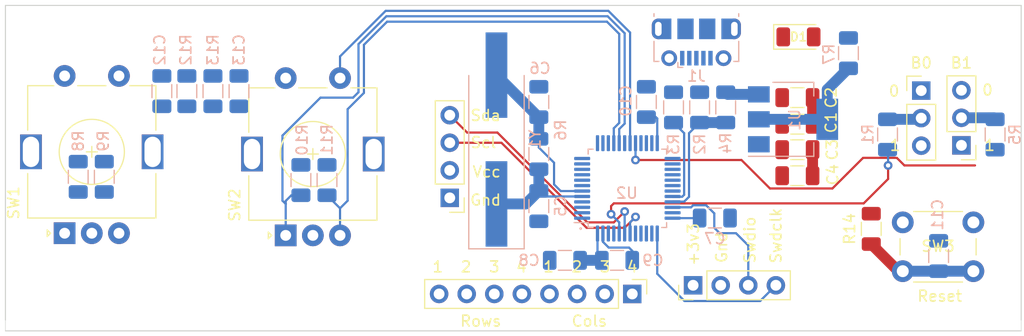
<source format=kicad_pcb>
(kicad_pcb (version 20171130) (host pcbnew 5.1.5+dfsg1-2build2)

  (general
    (thickness 1.6)
    (drawings 6)
    (tracks 142)
    (zones 0)
    (modules 40)
    (nets 48)
  )

  (page A4)
  (layers
    (0 F.Cu signal)
    (1 In1.Cu power)
    (2 In2.Cu power)
    (31 B.Cu signal)
    (32 B.Adhes user)
    (33 F.Adhes user)
    (34 B.Paste user)
    (35 F.Paste user)
    (36 B.SilkS user)
    (37 F.SilkS user)
    (38 B.Mask user)
    (39 F.Mask user)
    (40 Dwgs.User user)
    (41 Cmts.User user)
    (42 Eco1.User user)
    (43 Eco2.User user)
    (44 Edge.Cuts user)
    (45 Margin user)
    (46 B.CrtYd user)
    (47 F.CrtYd user)
    (48 B.Fab user hide)
    (49 F.Fab user)
  )

  (setup
    (last_trace_width 0.2)
    (user_trace_width 0.2)
    (user_trace_width 0.4)
    (user_trace_width 0.5)
    (user_trace_width 1)
    (trace_clearance 0.2)
    (zone_clearance 0.508)
    (zone_45_only no)
    (trace_min 0.2)
    (via_size 0.8)
    (via_drill 0.4)
    (via_min_size 0.4)
    (via_min_drill 0.3)
    (uvia_size 0.3)
    (uvia_drill 0.1)
    (uvias_allowed no)
    (uvia_min_size 0.2)
    (uvia_min_drill 0.1)
    (edge_width 0.05)
    (segment_width 0.2)
    (pcb_text_width 0.3)
    (pcb_text_size 1.5 1.5)
    (mod_edge_width 0.12)
    (mod_text_size 1 1)
    (mod_text_width 0.15)
    (pad_size 1.7 1.7)
    (pad_drill 0)
    (pad_to_mask_clearance 0.051)
    (solder_mask_min_width 0.25)
    (aux_axis_origin 0 0)
    (visible_elements FFFFFF7F)
    (pcbplotparams
      (layerselection 0x010fc_ffffffff)
      (usegerberextensions false)
      (usegerberattributes false)
      (usegerberadvancedattributes false)
      (creategerberjobfile false)
      (excludeedgelayer true)
      (linewidth 0.100000)
      (plotframeref false)
      (viasonmask false)
      (mode 1)
      (useauxorigin false)
      (hpglpennumber 1)
      (hpglpenspeed 20)
      (hpglpendiameter 15.000000)
      (psnegative false)
      (psa4output false)
      (plotreference true)
      (plotvalue true)
      (plotinvisibletext false)
      (padsonsilk false)
      (subtractmaskfromsilk false)
      (outputformat 1)
      (mirror false)
      (drillshape 1)
      (scaleselection 1)
      (outputdirectory ""))
  )

  (net 0 "")
  (net 1 GND)
  (net 2 +5V)
  (net 3 +3V3)
  (net 4 OSCIN)
  (net 5 OSCOUT)
  (net 6 RESET)
  (net 7 ENC1_SW)
  (net 8 ENC2_SW)
  (net 9 "Net-(D1-Pad2)")
  (net 10 "Net-(J1-Pad2)")
  (net 11 "Net-(J1-Pad3)")
  (net 12 "Net-(J2-Pad2)")
  (net 13 "Net-(J3-Pad2)")
  (net 14 SWDCLK)
  (net 15 SWDIO)
  (net 16 KP_C4)
  (net 17 KP_C3)
  (net 18 KP_C2)
  (net 19 KP_C1)
  (net 20 KP_R4)
  (net 21 KP_R3)
  (net 22 KP_R2)
  (net 23 KP_R1)
  (net 24 OLED_SCL)
  (net 25 OLED_SDA)
  (net 26 BOOT0)
  (net 27 USBD+)
  (net 28 USBD-)
  (net 29 BOOT1)
  (net 30 ENC1A)
  (net 31 ENC1B)
  (net 32 ENC2A)
  (net 33 ENC2B)
  (net 34 "Net-(U2-Pad2)")
  (net 35 "Net-(U2-Pad4)")
  (net 36 "Net-(U2-Pad18)")
  (net 37 "Net-(U2-Pad21)")
  (net 38 "Net-(U2-Pad22)")
  (net 39 "Net-(U2-Pad29)")
  (net 40 "Net-(U2-Pad30)")
  (net 41 "Net-(U2-Pad31)")
  (net 42 "Net-(U2-Pad38)")
  (net 43 "Net-(U2-Pad39)")
  (net 44 "Net-(U2-Pad40)")
  (net 45 "Net-(U2-Pad41)")
  (net 46 "Net-(U2-Pad45)")
  (net 47 "Net-(U2-Pad46)")

  (net_class Default "This is the default net class."
    (clearance 0.2)
    (trace_width 0.25)
    (via_dia 0.8)
    (via_drill 0.4)
    (uvia_dia 0.3)
    (uvia_drill 0.1)
    (add_net +3V3)
    (add_net +5V)
    (add_net BOOT0)
    (add_net BOOT1)
    (add_net ENC1A)
    (add_net ENC1B)
    (add_net ENC1_SW)
    (add_net ENC2A)
    (add_net ENC2B)
    (add_net ENC2_SW)
    (add_net GND)
    (add_net KP_C1)
    (add_net KP_C2)
    (add_net KP_C3)
    (add_net KP_C4)
    (add_net KP_R1)
    (add_net KP_R2)
    (add_net KP_R3)
    (add_net KP_R4)
    (add_net "Net-(D1-Pad2)")
    (add_net "Net-(J1-Pad2)")
    (add_net "Net-(J1-Pad3)")
    (add_net "Net-(J2-Pad2)")
    (add_net "Net-(J3-Pad2)")
    (add_net "Net-(U2-Pad18)")
    (add_net "Net-(U2-Pad2)")
    (add_net "Net-(U2-Pad21)")
    (add_net "Net-(U2-Pad22)")
    (add_net "Net-(U2-Pad29)")
    (add_net "Net-(U2-Pad30)")
    (add_net "Net-(U2-Pad31)")
    (add_net "Net-(U2-Pad38)")
    (add_net "Net-(U2-Pad39)")
    (add_net "Net-(U2-Pad4)")
    (add_net "Net-(U2-Pad40)")
    (add_net "Net-(U2-Pad41)")
    (add_net "Net-(U2-Pad45)")
    (add_net "Net-(U2-Pad46)")
    (add_net OLED_SCL)
    (add_net OLED_SDA)
    (add_net OSCIN)
    (add_net OSCOUT)
    (add_net RESET)
    (add_net SWDCLK)
    (add_net SWDIO)
    (add_net USBD+)
    (add_net USBD-)
  )

  (module Crystal:Crystal_SMD_HC49-SD_HandSoldering (layer B.Cu) (tedit 5A1AD52C) (tstamp 5FFBF980)
    (at 118.7 35.8625 90)
    (descr "SMD Crystal HC-49-SD http://cdn-reichelt.de/documents/datenblatt/B400/xxx-HC49-SMD.pdf, hand-soldering, 11.4x4.7mm^2 package")
    (tags "SMD SMT crystal hand-soldering")
    (path /5FD42C7C)
    (attr smd)
    (fp_text reference Y1 (at 0 3.55 90) (layer B.SilkS)
      (effects (font (size 1 1) (thickness 0.15)) (justify mirror))
    )
    (fp_text value Crystal (at 0 -3.55 90) (layer B.Fab)
      (effects (font (size 1 1) (thickness 0.15)) (justify mirror))
    )
    (fp_arc (start 3.015 0) (end 3.015 2.115) (angle -180) (layer B.Fab) (width 0.1))
    (fp_arc (start -3.015 0) (end -3.015 2.115) (angle 180) (layer B.Fab) (width 0.1))
    (fp_line (start 10.2 2.6) (end -10.2 2.6) (layer B.CrtYd) (width 0.05))
    (fp_line (start 10.2 -2.6) (end 10.2 2.6) (layer B.CrtYd) (width 0.05))
    (fp_line (start -10.2 -2.6) (end 10.2 -2.6) (layer B.CrtYd) (width 0.05))
    (fp_line (start -10.2 2.6) (end -10.2 -2.6) (layer B.CrtYd) (width 0.05))
    (fp_line (start -10.075 -2.55) (end 5.9 -2.55) (layer B.SilkS) (width 0.12))
    (fp_line (start -10.075 2.55) (end -10.075 -2.55) (layer B.SilkS) (width 0.12))
    (fp_line (start 5.9 2.55) (end -10.075 2.55) (layer B.SilkS) (width 0.12))
    (fp_line (start -3.015 -2.115) (end 3.015 -2.115) (layer B.Fab) (width 0.1))
    (fp_line (start -3.015 2.115) (end 3.015 2.115) (layer B.Fab) (width 0.1))
    (fp_line (start 5.7 2.35) (end -5.7 2.35) (layer B.Fab) (width 0.1))
    (fp_line (start 5.7 -2.35) (end 5.7 2.35) (layer B.Fab) (width 0.1))
    (fp_line (start -5.7 -2.35) (end 5.7 -2.35) (layer B.Fab) (width 0.1))
    (fp_line (start -5.7 2.35) (end -5.7 -2.35) (layer B.Fab) (width 0.1))
    (fp_text user %R (at 0 0 90) (layer B.Fab)
      (effects (font (size 1 1) (thickness 0.15)) (justify mirror))
    )
    (pad 2 smd rect (at 5.9375 0 90) (size 7.875 2) (layers B.Cu B.Paste B.Mask)
      (net 5 OSCOUT))
    (pad 1 smd rect (at -5.9375 0 90) (size 7.875 2) (layers B.Cu B.Paste B.Mask)
      (net 4 OSCIN))
    (model ${KISYS3DMOD}/Crystal.3dshapes/Crystal_SMD_HC49-SD.wrl
      (at (xyz 0 0 0))
      (scale (xyz 1 1 1))
      (rotate (xyz 0 0 0))
    )
  )

  (module Capacitor_SMD:C_1206_3216Metric (layer F.Cu) (tedit 5B301BBE) (tstamp 5FFC3163)
    (at 146.4 34.45 180)
    (descr "Capacitor SMD 1206 (3216 Metric), square (rectangular) end terminal, IPC_7351 nominal, (Body size source: http://www.tortai-tech.com/upload/download/2011102023233369053.pdf), generated with kicad-footprint-generator")
    (tags capacitor)
    (path /60010A99)
    (attr smd)
    (fp_text reference C1 (at -3.1 0.15 90) (layer F.SilkS)
      (effects (font (size 1 1) (thickness 0.15)))
    )
    (fp_text value C (at 0 1.82) (layer F.Fab) hide
      (effects (font (size 1 1) (thickness 0.15)))
    )
    (fp_text user %R (at 0 0) (layer F.Fab)
      (effects (font (size 0.8 0.8) (thickness 0.12)))
    )
    (fp_line (start 2.28 1.12) (end -2.28 1.12) (layer F.CrtYd) (width 0.05))
    (fp_line (start 2.28 -1.12) (end 2.28 1.12) (layer F.CrtYd) (width 0.05))
    (fp_line (start -2.28 -1.12) (end 2.28 -1.12) (layer F.CrtYd) (width 0.05))
    (fp_line (start -2.28 1.12) (end -2.28 -1.12) (layer F.CrtYd) (width 0.05))
    (fp_line (start -0.602064 0.91) (end 0.602064 0.91) (layer F.SilkS) (width 0.12))
    (fp_line (start -0.602064 -0.91) (end 0.602064 -0.91) (layer F.SilkS) (width 0.12))
    (fp_line (start 1.6 0.8) (end -1.6 0.8) (layer F.Fab) (width 0.1))
    (fp_line (start 1.6 -0.8) (end 1.6 0.8) (layer F.Fab) (width 0.1))
    (fp_line (start -1.6 -0.8) (end 1.6 -0.8) (layer F.Fab) (width 0.1))
    (fp_line (start -1.6 0.8) (end -1.6 -0.8) (layer F.Fab) (width 0.1))
    (pad 2 smd roundrect (at 1.4 0 180) (size 1.25 1.75) (layers F.Cu F.Paste F.Mask) (roundrect_rratio 0.2)
      (net 1 GND))
    (pad 1 smd roundrect (at -1.4 0 180) (size 1.25 1.75) (layers F.Cu F.Paste F.Mask) (roundrect_rratio 0.2)
      (net 2 +5V))
    (model ${KISYS3DMOD}/Capacitor_SMD.3dshapes/C_1206_3216Metric.wrl
      (at (xyz 0 0 0))
      (scale (xyz 1 1 1))
      (rotate (xyz 0 0 0))
    )
  )

  (module Capacitor_SMD:C_1206_3216Metric (layer F.Cu) (tedit 5B301BBE) (tstamp 5FFC0E01)
    (at 146.4 32 180)
    (descr "Capacitor SMD 1206 (3216 Metric), square (rectangular) end terminal, IPC_7351 nominal, (Body size source: http://www.tortai-tech.com/upload/download/2011102023233369053.pdf), generated with kicad-footprint-generator")
    (tags capacitor)
    (path /60010165)
    (attr smd)
    (fp_text reference C2 (at -3.1 0 90) (layer F.SilkS)
      (effects (font (size 1 1) (thickness 0.15)))
    )
    (fp_text value C (at 0 1.82) (layer F.Fab) hide
      (effects (font (size 1 1) (thickness 0.15)))
    )
    (fp_line (start -1.6 0.8) (end -1.6 -0.8) (layer F.Fab) (width 0.1))
    (fp_line (start -1.6 -0.8) (end 1.6 -0.8) (layer F.Fab) (width 0.1))
    (fp_line (start 1.6 -0.8) (end 1.6 0.8) (layer F.Fab) (width 0.1))
    (fp_line (start 1.6 0.8) (end -1.6 0.8) (layer F.Fab) (width 0.1))
    (fp_line (start -0.602064 -0.91) (end 0.602064 -0.91) (layer F.SilkS) (width 0.12))
    (fp_line (start -0.602064 0.91) (end 0.602064 0.91) (layer F.SilkS) (width 0.12))
    (fp_line (start -2.28 1.12) (end -2.28 -1.12) (layer F.CrtYd) (width 0.05))
    (fp_line (start -2.28 -1.12) (end 2.28 -1.12) (layer F.CrtYd) (width 0.05))
    (fp_line (start 2.28 -1.12) (end 2.28 1.12) (layer F.CrtYd) (width 0.05))
    (fp_line (start 2.28 1.12) (end -2.28 1.12) (layer F.CrtYd) (width 0.05))
    (fp_text user %R (at 0 0) (layer F.Fab)
      (effects (font (size 0.8 0.8) (thickness 0.12)))
    )
    (pad 1 smd roundrect (at -1.4 0 180) (size 1.25 1.75) (layers F.Cu F.Paste F.Mask) (roundrect_rratio 0.2)
      (net 2 +5V))
    (pad 2 smd roundrect (at 1.4 0 180) (size 1.25 1.75) (layers F.Cu F.Paste F.Mask) (roundrect_rratio 0.2)
      (net 1 GND))
    (model ${KISYS3DMOD}/Capacitor_SMD.3dshapes/C_1206_3216Metric.wrl
      (at (xyz 0 0 0))
      (scale (xyz 1 1 1))
      (rotate (xyz 0 0 0))
    )
  )

  (module Capacitor_SMD:C_1206_3216Metric (layer F.Cu) (tedit 5B301BBE) (tstamp 5FFBF63F)
    (at 146.4 36.8 180)
    (descr "Capacitor SMD 1206 (3216 Metric), square (rectangular) end terminal, IPC_7351 nominal, (Body size source: http://www.tortai-tech.com/upload/download/2011102023233369053.pdf), generated with kicad-footprint-generator")
    (tags capacitor)
    (path /60014582)
    (attr smd)
    (fp_text reference C3 (at -3.2 0 90) (layer F.SilkS)
      (effects (font (size 1 1) (thickness 0.15)))
    )
    (fp_text value C (at 0 1.82) (layer F.Fab) hide
      (effects (font (size 1 1) (thickness 0.15)))
    )
    (fp_text user %R (at 0 0) (layer F.Fab)
      (effects (font (size 0.8 0.8) (thickness 0.12)))
    )
    (fp_line (start 2.28 1.12) (end -2.28 1.12) (layer F.CrtYd) (width 0.05))
    (fp_line (start 2.28 -1.12) (end 2.28 1.12) (layer F.CrtYd) (width 0.05))
    (fp_line (start -2.28 -1.12) (end 2.28 -1.12) (layer F.CrtYd) (width 0.05))
    (fp_line (start -2.28 1.12) (end -2.28 -1.12) (layer F.CrtYd) (width 0.05))
    (fp_line (start -0.602064 0.91) (end 0.602064 0.91) (layer F.SilkS) (width 0.12))
    (fp_line (start -0.602064 -0.91) (end 0.602064 -0.91) (layer F.SilkS) (width 0.12))
    (fp_line (start 1.6 0.8) (end -1.6 0.8) (layer F.Fab) (width 0.1))
    (fp_line (start 1.6 -0.8) (end 1.6 0.8) (layer F.Fab) (width 0.1))
    (fp_line (start -1.6 -0.8) (end 1.6 -0.8) (layer F.Fab) (width 0.1))
    (fp_line (start -1.6 0.8) (end -1.6 -0.8) (layer F.Fab) (width 0.1))
    (pad 2 smd roundrect (at 1.4 0 180) (size 1.25 1.75) (layers F.Cu F.Paste F.Mask) (roundrect_rratio 0.2)
      (net 1 GND))
    (pad 1 smd roundrect (at -1.4 0 180) (size 1.25 1.75) (layers F.Cu F.Paste F.Mask) (roundrect_rratio 0.2)
      (net 3 +3V3))
    (model ${KISYS3DMOD}/Capacitor_SMD.3dshapes/C_1206_3216Metric.wrl
      (at (xyz 0 0 0))
      (scale (xyz 1 1 1))
      (rotate (xyz 0 0 0))
    )
  )

  (module Capacitor_SMD:C_1206_3216Metric (layer F.Cu) (tedit 5B301BBE) (tstamp 5FFC3274)
    (at 146.4 39.2 180)
    (descr "Capacitor SMD 1206 (3216 Metric), square (rectangular) end terminal, IPC_7351 nominal, (Body size source: http://www.tortai-tech.com/upload/download/2011102023233369053.pdf), generated with kicad-footprint-generator")
    (tags capacitor)
    (path /6001457C)
    (attr smd)
    (fp_text reference C4 (at -3.25 0.1 90) (layer F.SilkS)
      (effects (font (size 1 1) (thickness 0.15)))
    )
    (fp_text value C (at 0 1.82) (layer F.Fab) hide
      (effects (font (size 1 1) (thickness 0.15)))
    )
    (fp_line (start -1.6 0.8) (end -1.6 -0.8) (layer F.Fab) (width 0.1))
    (fp_line (start -1.6 -0.8) (end 1.6 -0.8) (layer F.Fab) (width 0.1))
    (fp_line (start 1.6 -0.8) (end 1.6 0.8) (layer F.Fab) (width 0.1))
    (fp_line (start 1.6 0.8) (end -1.6 0.8) (layer F.Fab) (width 0.1))
    (fp_line (start -0.602064 -0.91) (end 0.602064 -0.91) (layer F.SilkS) (width 0.12))
    (fp_line (start -0.602064 0.91) (end 0.602064 0.91) (layer F.SilkS) (width 0.12))
    (fp_line (start -2.28 1.12) (end -2.28 -1.12) (layer F.CrtYd) (width 0.05))
    (fp_line (start -2.28 -1.12) (end 2.28 -1.12) (layer F.CrtYd) (width 0.05))
    (fp_line (start 2.28 -1.12) (end 2.28 1.12) (layer F.CrtYd) (width 0.05))
    (fp_line (start 2.28 1.12) (end -2.28 1.12) (layer F.CrtYd) (width 0.05))
    (fp_text user %R (at 0 0) (layer F.Fab)
      (effects (font (size 0.8 0.8) (thickness 0.12)))
    )
    (pad 1 smd roundrect (at -1.4 0 180) (size 1.25 1.75) (layers F.Cu F.Paste F.Mask) (roundrect_rratio 0.2)
      (net 3 +3V3))
    (pad 2 smd roundrect (at 1.4 0 180) (size 1.25 1.75) (layers F.Cu F.Paste F.Mask) (roundrect_rratio 0.2)
      (net 1 GND))
    (model ${KISYS3DMOD}/Capacitor_SMD.3dshapes/C_1206_3216Metric.wrl
      (at (xyz 0 0 0))
      (scale (xyz 1 1 1))
      (rotate (xyz 0 0 0))
    )
  )

  (module Capacitor_SMD:C_1206_3216Metric (layer B.Cu) (tedit 5B301BBE) (tstamp 5FFC2A1F)
    (at 122.6 42 270)
    (descr "Capacitor SMD 1206 (3216 Metric), square (rectangular) end terminal, IPC_7351 nominal, (Body size source: http://www.tortai-tech.com/upload/download/2011102023233369053.pdf), generated with kicad-footprint-generator")
    (tags capacitor)
    (path /5FD43310)
    (attr smd)
    (fp_text reference C5 (at 0 -2 270) (layer B.SilkS)
      (effects (font (size 1 1) (thickness 0.15)) (justify mirror))
    )
    (fp_text value C (at 0 -1.82 90) (layer B.Fab) hide
      (effects (font (size 1 1) (thickness 0.15)) (justify mirror))
    )
    (fp_text user %R (at 0 0 90) (layer B.Fab)
      (effects (font (size 0.8 0.8) (thickness 0.12)) (justify mirror))
    )
    (fp_line (start 2.28 -1.12) (end -2.28 -1.12) (layer B.CrtYd) (width 0.05))
    (fp_line (start 2.28 1.12) (end 2.28 -1.12) (layer B.CrtYd) (width 0.05))
    (fp_line (start -2.28 1.12) (end 2.28 1.12) (layer B.CrtYd) (width 0.05))
    (fp_line (start -2.28 -1.12) (end -2.28 1.12) (layer B.CrtYd) (width 0.05))
    (fp_line (start -0.602064 -0.91) (end 0.602064 -0.91) (layer B.SilkS) (width 0.12))
    (fp_line (start -0.602064 0.91) (end 0.602064 0.91) (layer B.SilkS) (width 0.12))
    (fp_line (start 1.6 -0.8) (end -1.6 -0.8) (layer B.Fab) (width 0.1))
    (fp_line (start 1.6 0.8) (end 1.6 -0.8) (layer B.Fab) (width 0.1))
    (fp_line (start -1.6 0.8) (end 1.6 0.8) (layer B.Fab) (width 0.1))
    (fp_line (start -1.6 -0.8) (end -1.6 0.8) (layer B.Fab) (width 0.1))
    (pad 2 smd roundrect (at 1.4 0 270) (size 1.25 1.75) (layers B.Cu B.Paste B.Mask) (roundrect_rratio 0.2)
      (net 1 GND))
    (pad 1 smd roundrect (at -1.4 0 270) (size 1.25 1.75) (layers B.Cu B.Paste B.Mask) (roundrect_rratio 0.2)
      (net 4 OSCIN))
    (model ${KISYS3DMOD}/Capacitor_SMD.3dshapes/C_1206_3216Metric.wrl
      (at (xyz 0 0 0))
      (scale (xyz 1 1 1))
      (rotate (xyz 0 0 0))
    )
  )

  (module Capacitor_SMD:C_1206_3216Metric (layer B.Cu) (tedit 5B301BBE) (tstamp 5FFBF672)
    (at 122.6 32.4 90)
    (descr "Capacitor SMD 1206 (3216 Metric), square (rectangular) end terminal, IPC_7351 nominal, (Body size source: http://www.tortai-tech.com/upload/download/2011102023233369053.pdf), generated with kicad-footprint-generator")
    (tags capacitor)
    (path /5FD43807)
    (attr smd)
    (fp_text reference C6 (at 3.1 0.1) (layer B.SilkS)
      (effects (font (size 1 1) (thickness 0.15)) (justify mirror))
    )
    (fp_text value C (at 0 -1.82 90) (layer B.Fab) hide
      (effects (font (size 1 1) (thickness 0.15)) (justify mirror))
    )
    (fp_line (start -1.6 -0.8) (end -1.6 0.8) (layer B.Fab) (width 0.1))
    (fp_line (start -1.6 0.8) (end 1.6 0.8) (layer B.Fab) (width 0.1))
    (fp_line (start 1.6 0.8) (end 1.6 -0.8) (layer B.Fab) (width 0.1))
    (fp_line (start 1.6 -0.8) (end -1.6 -0.8) (layer B.Fab) (width 0.1))
    (fp_line (start -0.602064 0.91) (end 0.602064 0.91) (layer B.SilkS) (width 0.12))
    (fp_line (start -0.602064 -0.91) (end 0.602064 -0.91) (layer B.SilkS) (width 0.12))
    (fp_line (start -2.28 -1.12) (end -2.28 1.12) (layer B.CrtYd) (width 0.05))
    (fp_line (start -2.28 1.12) (end 2.28 1.12) (layer B.CrtYd) (width 0.05))
    (fp_line (start 2.28 1.12) (end 2.28 -1.12) (layer B.CrtYd) (width 0.05))
    (fp_line (start 2.28 -1.12) (end -2.28 -1.12) (layer B.CrtYd) (width 0.05))
    (fp_text user %R (at 0 0 90) (layer B.Fab)
      (effects (font (size 0.8 0.8) (thickness 0.12)) (justify mirror))
    )
    (pad 1 smd roundrect (at -1.4 0 90) (size 1.25 1.75) (layers B.Cu B.Paste B.Mask) (roundrect_rratio 0.2)
      (net 5 OSCOUT))
    (pad 2 smd roundrect (at 1.4 0 90) (size 1.25 1.75) (layers B.Cu B.Paste B.Mask) (roundrect_rratio 0.2)
      (net 1 GND))
    (model ${KISYS3DMOD}/Capacitor_SMD.3dshapes/C_1206_3216Metric.wrl
      (at (xyz 0 0 0))
      (scale (xyz 1 1 1))
      (rotate (xyz 0 0 0))
    )
  )

  (module Capacitor_SMD:C_1206_3216Metric (layer B.Cu) (tedit 5B301BBE) (tstamp 6010F15A)
    (at 138.8 43.1)
    (descr "Capacitor SMD 1206 (3216 Metric), square (rectangular) end terminal, IPC_7351 nominal, (Body size source: http://www.tortai-tech.com/upload/download/2011102023233369053.pdf), generated with kicad-footprint-generator")
    (tags capacitor)
    (path /60195DB1)
    (attr smd)
    (fp_text reference C7 (at 0 1.9) (layer B.SilkS)
      (effects (font (size 1 1) (thickness 0.15)) (justify mirror))
    )
    (fp_text value C (at 0 -1.82 180) (layer B.Fab) hide
      (effects (font (size 1 1) (thickness 0.15)) (justify mirror))
    )
    (fp_line (start -1.6 -0.8) (end -1.6 0.8) (layer B.Fab) (width 0.1))
    (fp_line (start -1.6 0.8) (end 1.6 0.8) (layer B.Fab) (width 0.1))
    (fp_line (start 1.6 0.8) (end 1.6 -0.8) (layer B.Fab) (width 0.1))
    (fp_line (start 1.6 -0.8) (end -1.6 -0.8) (layer B.Fab) (width 0.1))
    (fp_line (start -0.602064 0.91) (end 0.602064 0.91) (layer B.SilkS) (width 0.12))
    (fp_line (start -0.602064 -0.91) (end 0.602064 -0.91) (layer B.SilkS) (width 0.12))
    (fp_line (start -2.28 -1.12) (end -2.28 1.12) (layer B.CrtYd) (width 0.05))
    (fp_line (start -2.28 1.12) (end 2.28 1.12) (layer B.CrtYd) (width 0.05))
    (fp_line (start 2.28 1.12) (end 2.28 -1.12) (layer B.CrtYd) (width 0.05))
    (fp_line (start 2.28 -1.12) (end -2.28 -1.12) (layer B.CrtYd) (width 0.05))
    (fp_text user %R (at 0 0 180) (layer B.Fab)
      (effects (font (size 0.8 0.8) (thickness 0.12)) (justify mirror))
    )
    (pad 1 smd roundrect (at -1.4 0) (size 1.25 1.75) (layers B.Cu B.Paste B.Mask) (roundrect_rratio 0.2)
      (net 3 +3V3))
    (pad 2 smd roundrect (at 1.4 0) (size 1.25 1.75) (layers B.Cu B.Paste B.Mask) (roundrect_rratio 0.2)
      (net 1 GND))
    (model ${KISYS3DMOD}/Capacitor_SMD.3dshapes/C_1206_3216Metric.wrl
      (at (xyz 0 0 0))
      (scale (xyz 1 1 1))
      (rotate (xyz 0 0 0))
    )
  )

  (module Capacitor_SMD:C_1206_3216Metric (layer B.Cu) (tedit 5B301BBE) (tstamp 6010EF98)
    (at 125 47 180)
    (descr "Capacitor SMD 1206 (3216 Metric), square (rectangular) end terminal, IPC_7351 nominal, (Body size source: http://www.tortai-tech.com/upload/download/2011102023233369053.pdf), generated with kicad-footprint-generator")
    (tags capacitor)
    (path /60196800)
    (attr smd)
    (fp_text reference C8 (at 3.3 0 180) (layer B.SilkS)
      (effects (font (size 1 1) (thickness 0.15)) (justify mirror))
    )
    (fp_text value C (at 0 -1.82 180) (layer B.Fab) hide
      (effects (font (size 1 1) (thickness 0.15)) (justify mirror))
    )
    (fp_text user %R (at 0 0 180) (layer B.Fab)
      (effects (font (size 0.8 0.8) (thickness 0.12)) (justify mirror))
    )
    (fp_line (start 2.28 -1.12) (end -2.28 -1.12) (layer B.CrtYd) (width 0.05))
    (fp_line (start 2.28 1.12) (end 2.28 -1.12) (layer B.CrtYd) (width 0.05))
    (fp_line (start -2.28 1.12) (end 2.28 1.12) (layer B.CrtYd) (width 0.05))
    (fp_line (start -2.28 -1.12) (end -2.28 1.12) (layer B.CrtYd) (width 0.05))
    (fp_line (start -0.602064 -0.91) (end 0.602064 -0.91) (layer B.SilkS) (width 0.12))
    (fp_line (start -0.602064 0.91) (end 0.602064 0.91) (layer B.SilkS) (width 0.12))
    (fp_line (start 1.6 -0.8) (end -1.6 -0.8) (layer B.Fab) (width 0.1))
    (fp_line (start 1.6 0.8) (end 1.6 -0.8) (layer B.Fab) (width 0.1))
    (fp_line (start -1.6 0.8) (end 1.6 0.8) (layer B.Fab) (width 0.1))
    (fp_line (start -1.6 -0.8) (end -1.6 0.8) (layer B.Fab) (width 0.1))
    (pad 2 smd roundrect (at 1.4 0 180) (size 1.25 1.75) (layers B.Cu B.Paste B.Mask) (roundrect_rratio 0.2)
      (net 1 GND))
    (pad 1 smd roundrect (at -1.4 0 180) (size 1.25 1.75) (layers B.Cu B.Paste B.Mask) (roundrect_rratio 0.2)
      (net 3 +3V3))
    (model ${KISYS3DMOD}/Capacitor_SMD.3dshapes/C_1206_3216Metric.wrl
      (at (xyz 0 0 0))
      (scale (xyz 1 1 1))
      (rotate (xyz 0 0 0))
    )
  )

  (module Capacitor_SMD:C_1206_3216Metric (layer B.Cu) (tedit 5B301BBE) (tstamp 6010F12A)
    (at 129.8 47)
    (descr "Capacitor SMD 1206 (3216 Metric), square (rectangular) end terminal, IPC_7351 nominal, (Body size source: http://www.tortai-tech.com/upload/download/2011102023233369053.pdf), generated with kicad-footprint-generator")
    (tags capacitor)
    (path /60199A0C)
    (attr smd)
    (fp_text reference C9 (at 3.3 0) (layer B.SilkS)
      (effects (font (size 1 1) (thickness 0.15)) (justify mirror))
    )
    (fp_text value C (at 0 -1.82 180) (layer B.Fab) hide
      (effects (font (size 1 1) (thickness 0.15)) (justify mirror))
    )
    (fp_line (start -1.6 -0.8) (end -1.6 0.8) (layer B.Fab) (width 0.1))
    (fp_line (start -1.6 0.8) (end 1.6 0.8) (layer B.Fab) (width 0.1))
    (fp_line (start 1.6 0.8) (end 1.6 -0.8) (layer B.Fab) (width 0.1))
    (fp_line (start 1.6 -0.8) (end -1.6 -0.8) (layer B.Fab) (width 0.1))
    (fp_line (start -0.602064 0.91) (end 0.602064 0.91) (layer B.SilkS) (width 0.12))
    (fp_line (start -0.602064 -0.91) (end 0.602064 -0.91) (layer B.SilkS) (width 0.12))
    (fp_line (start -2.28 -1.12) (end -2.28 1.12) (layer B.CrtYd) (width 0.05))
    (fp_line (start -2.28 1.12) (end 2.28 1.12) (layer B.CrtYd) (width 0.05))
    (fp_line (start 2.28 1.12) (end 2.28 -1.12) (layer B.CrtYd) (width 0.05))
    (fp_line (start 2.28 -1.12) (end -2.28 -1.12) (layer B.CrtYd) (width 0.05))
    (fp_text user %R (at 0 0 180) (layer B.Fab)
      (effects (font (size 0.8 0.8) (thickness 0.12)) (justify mirror))
    )
    (pad 1 smd roundrect (at -1.4 0) (size 1.25 1.75) (layers B.Cu B.Paste B.Mask) (roundrect_rratio 0.2)
      (net 3 +3V3))
    (pad 2 smd roundrect (at 1.4 0) (size 1.25 1.75) (layers B.Cu B.Paste B.Mask) (roundrect_rratio 0.2)
      (net 1 GND))
    (model ${KISYS3DMOD}/Capacitor_SMD.3dshapes/C_1206_3216Metric.wrl
      (at (xyz 0 0 0))
      (scale (xyz 1 1 1))
      (rotate (xyz 0 0 0))
    )
  )

  (module Capacitor_SMD:C_1206_3216Metric (layer B.Cu) (tedit 5B301BBE) (tstamp 5FFC7AD8)
    (at 132.5 32.4 90)
    (descr "Capacitor SMD 1206 (3216 Metric), square (rectangular) end terminal, IPC_7351 nominal, (Body size source: http://www.tortai-tech.com/upload/download/2011102023233369053.pdf), generated with kicad-footprint-generator")
    (tags capacitor)
    (path /60199A12)
    (attr smd)
    (fp_text reference C10 (at 0.1 -1.9 270) (layer B.SilkS)
      (effects (font (size 1 1) (thickness 0.15)) (justify mirror))
    )
    (fp_text value C (at 0 -1.82 90) (layer B.Fab) hide
      (effects (font (size 1 1) (thickness 0.15)) (justify mirror))
    )
    (fp_text user %R (at 0 0 90) (layer B.Fab)
      (effects (font (size 0.8 0.8) (thickness 0.12)) (justify mirror))
    )
    (fp_line (start 2.28 -1.12) (end -2.28 -1.12) (layer B.CrtYd) (width 0.05))
    (fp_line (start 2.28 1.12) (end 2.28 -1.12) (layer B.CrtYd) (width 0.05))
    (fp_line (start -2.28 1.12) (end 2.28 1.12) (layer B.CrtYd) (width 0.05))
    (fp_line (start -2.28 -1.12) (end -2.28 1.12) (layer B.CrtYd) (width 0.05))
    (fp_line (start -0.602064 -0.91) (end 0.602064 -0.91) (layer B.SilkS) (width 0.12))
    (fp_line (start -0.602064 0.91) (end 0.602064 0.91) (layer B.SilkS) (width 0.12))
    (fp_line (start 1.6 -0.8) (end -1.6 -0.8) (layer B.Fab) (width 0.1))
    (fp_line (start 1.6 0.8) (end 1.6 -0.8) (layer B.Fab) (width 0.1))
    (fp_line (start -1.6 0.8) (end 1.6 0.8) (layer B.Fab) (width 0.1))
    (fp_line (start -1.6 -0.8) (end -1.6 0.8) (layer B.Fab) (width 0.1))
    (pad 2 smd roundrect (at 1.4 0 90) (size 1.25 1.75) (layers B.Cu B.Paste B.Mask) (roundrect_rratio 0.2)
      (net 1 GND))
    (pad 1 smd roundrect (at -1.4 0 90) (size 1.25 1.75) (layers B.Cu B.Paste B.Mask) (roundrect_rratio 0.2)
      (net 3 +3V3))
    (model ${KISYS3DMOD}/Capacitor_SMD.3dshapes/C_1206_3216Metric.wrl
      (at (xyz 0 0 0))
      (scale (xyz 1 1 1))
      (rotate (xyz 0 0 0))
    )
  )

  (module Capacitor_SMD:C_1206_3216Metric (layer B.Cu) (tedit 5B301BBE) (tstamp 5FFBF6C7)
    (at 159.4 46.6 90)
    (descr "Capacitor SMD 1206 (3216 Metric), square (rectangular) end terminal, IPC_7351 nominal, (Body size source: http://www.tortai-tech.com/upload/download/2011102023233369053.pdf), generated with kicad-footprint-generator")
    (tags capacitor)
    (path /600A85A7)
    (attr smd)
    (fp_text reference C11 (at 3.8 -0.1 90) (layer B.SilkS)
      (effects (font (size 1 1) (thickness 0.15)) (justify mirror))
    )
    (fp_text value C (at -1.3 -3.7 90) (layer B.Fab) hide
      (effects (font (size 1 1) (thickness 0.15)) (justify mirror))
    )
    (fp_line (start -1.6 -0.8) (end -1.6 0.8) (layer B.Fab) (width 0.1))
    (fp_line (start -1.6 0.8) (end 1.6 0.8) (layer B.Fab) (width 0.1))
    (fp_line (start 1.6 0.8) (end 1.6 -0.8) (layer B.Fab) (width 0.1))
    (fp_line (start 1.6 -0.8) (end -1.6 -0.8) (layer B.Fab) (width 0.1))
    (fp_line (start -0.602064 0.91) (end 0.602064 0.91) (layer B.SilkS) (width 0.12))
    (fp_line (start -0.602064 -0.91) (end 0.602064 -0.91) (layer B.SilkS) (width 0.12))
    (fp_line (start -2.28 -1.12) (end -2.28 1.12) (layer B.CrtYd) (width 0.05))
    (fp_line (start -2.28 1.12) (end 2.28 1.12) (layer B.CrtYd) (width 0.05))
    (fp_line (start 2.28 1.12) (end 2.28 -1.12) (layer B.CrtYd) (width 0.05))
    (fp_line (start 2.28 -1.12) (end -2.28 -1.12) (layer B.CrtYd) (width 0.05))
    (fp_text user %R (at 0 0 90) (layer B.Fab)
      (effects (font (size 0.8 0.8) (thickness 0.12)) (justify mirror))
    )
    (pad 1 smd roundrect (at -1.4 0 90) (size 1.25 1.75) (layers B.Cu B.Paste B.Mask) (roundrect_rratio 0.2)
      (net 6 RESET))
    (pad 2 smd roundrect (at 1.4 0 90) (size 1.25 1.75) (layers B.Cu B.Paste B.Mask) (roundrect_rratio 0.2)
      (net 1 GND))
    (model ${KISYS3DMOD}/Capacitor_SMD.3dshapes/C_1206_3216Metric.wrl
      (at (xyz 0 0 0))
      (scale (xyz 1 1 1))
      (rotate (xyz 0 0 0))
    )
  )

  (module Capacitor_SMD:C_1206_3216Metric (layer B.Cu) (tedit 5B301BBE) (tstamp 5FFC1800)
    (at 87.9 31.4 270)
    (descr "Capacitor SMD 1206 (3216 Metric), square (rectangular) end terminal, IPC_7351 nominal, (Body size source: http://www.tortai-tech.com/upload/download/2011102023233369053.pdf), generated with kicad-footprint-generator")
    (tags capacitor)
    (path /5FD49153)
    (attr smd)
    (fp_text reference C12 (at -3.8 0.2 90) (layer B.SilkS)
      (effects (font (size 1 1) (thickness 0.15)) (justify mirror))
    )
    (fp_text value C (at 0 -1.82 90) (layer B.Fab) hide
      (effects (font (size 1 1) (thickness 0.15)) (justify mirror))
    )
    (fp_text user %R (at 0 0 90) (layer B.Fab)
      (effects (font (size 0.8 0.8) (thickness 0.12)) (justify mirror))
    )
    (fp_line (start 2.28 -1.12) (end -2.28 -1.12) (layer B.CrtYd) (width 0.05))
    (fp_line (start 2.28 1.12) (end 2.28 -1.12) (layer B.CrtYd) (width 0.05))
    (fp_line (start -2.28 1.12) (end 2.28 1.12) (layer B.CrtYd) (width 0.05))
    (fp_line (start -2.28 -1.12) (end -2.28 1.12) (layer B.CrtYd) (width 0.05))
    (fp_line (start -0.602064 -0.91) (end 0.602064 -0.91) (layer B.SilkS) (width 0.12))
    (fp_line (start -0.602064 0.91) (end 0.602064 0.91) (layer B.SilkS) (width 0.12))
    (fp_line (start 1.6 -0.8) (end -1.6 -0.8) (layer B.Fab) (width 0.1))
    (fp_line (start 1.6 0.8) (end 1.6 -0.8) (layer B.Fab) (width 0.1))
    (fp_line (start -1.6 0.8) (end 1.6 0.8) (layer B.Fab) (width 0.1))
    (fp_line (start -1.6 -0.8) (end -1.6 0.8) (layer B.Fab) (width 0.1))
    (pad 2 smd roundrect (at 1.4 0 270) (size 1.25 1.75) (layers B.Cu B.Paste B.Mask) (roundrect_rratio 0.2)
      (net 1 GND))
    (pad 1 smd roundrect (at -1.4 0 270) (size 1.25 1.75) (layers B.Cu B.Paste B.Mask) (roundrect_rratio 0.2)
      (net 7 ENC1_SW))
    (model ${KISYS3DMOD}/Capacitor_SMD.3dshapes/C_1206_3216Metric.wrl
      (at (xyz 0 0 0))
      (scale (xyz 1 1 1))
      (rotate (xyz 0 0 0))
    )
  )

  (module Capacitor_SMD:C_1206_3216Metric (layer B.Cu) (tedit 5B301BBE) (tstamp 5FFC1551)
    (at 95 31.4 270)
    (descr "Capacitor SMD 1206 (3216 Metric), square (rectangular) end terminal, IPC_7351 nominal, (Body size source: http://www.tortai-tech.com/upload/download/2011102023233369053.pdf), generated with kicad-footprint-generator")
    (tags capacitor)
    (path /5FFCDFB3)
    (attr smd)
    (fp_text reference C13 (at -3.8 0 270) (layer B.SilkS)
      (effects (font (size 1 1) (thickness 0.15)) (justify mirror))
    )
    (fp_text value C (at 0 -1.82 90) (layer B.Fab) hide
      (effects (font (size 1 1) (thickness 0.15)) (justify mirror))
    )
    (fp_text user %R (at 0 0 90) (layer B.Fab)
      (effects (font (size 0.8 0.8) (thickness 0.12)) (justify mirror))
    )
    (fp_line (start 2.28 -1.12) (end -2.28 -1.12) (layer B.CrtYd) (width 0.05))
    (fp_line (start 2.28 1.12) (end 2.28 -1.12) (layer B.CrtYd) (width 0.05))
    (fp_line (start -2.28 1.12) (end 2.28 1.12) (layer B.CrtYd) (width 0.05))
    (fp_line (start -2.28 -1.12) (end -2.28 1.12) (layer B.CrtYd) (width 0.05))
    (fp_line (start -0.602064 -0.91) (end 0.602064 -0.91) (layer B.SilkS) (width 0.12))
    (fp_line (start -0.602064 0.91) (end 0.602064 0.91) (layer B.SilkS) (width 0.12))
    (fp_line (start 1.6 -0.8) (end -1.6 -0.8) (layer B.Fab) (width 0.1))
    (fp_line (start 1.6 0.8) (end 1.6 -0.8) (layer B.Fab) (width 0.1))
    (fp_line (start -1.6 0.8) (end 1.6 0.8) (layer B.Fab) (width 0.1))
    (fp_line (start -1.6 -0.8) (end -1.6 0.8) (layer B.Fab) (width 0.1))
    (pad 2 smd roundrect (at 1.4 0 270) (size 1.25 1.75) (layers B.Cu B.Paste B.Mask) (roundrect_rratio 0.2)
      (net 1 GND))
    (pad 1 smd roundrect (at -1.4 0 270) (size 1.25 1.75) (layers B.Cu B.Paste B.Mask) (roundrect_rratio 0.2)
      (net 8 ENC2_SW))
    (model ${KISYS3DMOD}/Capacitor_SMD.3dshapes/C_1206_3216Metric.wrl
      (at (xyz 0 0 0))
      (scale (xyz 1 1 1))
      (rotate (xyz 0 0 0))
    )
  )

  (module LED_SMD:LED_1206_3216Metric (layer F.Cu) (tedit 5B301BBE) (tstamp 5FFC7C03)
    (at 146.5 26.4)
    (descr "LED SMD 1206 (3216 Metric), square (rectangular) end terminal, IPC_7351 nominal, (Body size source: http://www.tortai-tech.com/upload/download/2011102023233369053.pdf), generated with kicad-footprint-generator")
    (tags diode)
    (path /600C84D3)
    (attr smd)
    (fp_text reference D1 (at 0 0) (layer F.SilkS)
      (effects (font (size 0.8 0.8) (thickness 0.15)))
    )
    (fp_text value LED (at 0 1.82) (layer F.Fab) hide
      (effects (font (size 1 1) (thickness 0.15)))
    )
    (fp_line (start 1.6 -0.8) (end -1.2 -0.8) (layer F.Fab) (width 0.1))
    (fp_line (start -1.2 -0.8) (end -1.6 -0.4) (layer F.Fab) (width 0.1))
    (fp_line (start -1.6 -0.4) (end -1.6 0.8) (layer F.Fab) (width 0.1))
    (fp_line (start -1.6 0.8) (end 1.6 0.8) (layer F.Fab) (width 0.1))
    (fp_line (start 1.6 0.8) (end 1.6 -0.8) (layer F.Fab) (width 0.1))
    (fp_line (start 1.6 -1.135) (end -2.285 -1.135) (layer F.SilkS) (width 0.12))
    (fp_line (start -2.285 -1.135) (end -2.285 1.135) (layer F.SilkS) (width 0.12))
    (fp_line (start -2.285 1.135) (end 1.6 1.135) (layer F.SilkS) (width 0.12))
    (fp_line (start -2.28 1.12) (end -2.28 -1.12) (layer F.CrtYd) (width 0.05))
    (fp_line (start -2.28 -1.12) (end 2.28 -1.12) (layer F.CrtYd) (width 0.05))
    (fp_line (start 2.28 -1.12) (end 2.28 1.12) (layer F.CrtYd) (width 0.05))
    (fp_line (start 2.28 1.12) (end -2.28 1.12) (layer F.CrtYd) (width 0.05))
    (fp_text user %R (at 0 0) (layer F.Fab)
      (effects (font (size 0.8 0.8) (thickness 0.12)))
    )
    (pad 1 smd roundrect (at -1.4 0) (size 1.25 1.75) (layers F.Cu F.Paste F.Mask) (roundrect_rratio 0.2)
      (net 1 GND))
    (pad 2 smd roundrect (at 1.4 0) (size 1.25 1.75) (layers F.Cu F.Paste F.Mask) (roundrect_rratio 0.2)
      (net 9 "Net-(D1-Pad2)"))
    (model ${KISYS3DMOD}/LED_SMD.3dshapes/LED_1206_3216Metric.wrl
      (at (xyz 0 0 0))
      (scale (xyz 1 1 1))
      (rotate (xyz 0 0 0))
    )
  )

  (module Connector_USB:USB_Micro-B_Molex-105017-0001 (layer B.Cu) (tedit 5A1DC0BE) (tstamp 5FFC70D2)
    (at 137.1 26.9)
    (descr http://www.molex.com/pdm_docs/sd/1050170001_sd.pdf)
    (tags "Micro-USB SMD Typ-B")
    (path /5FD59E0C)
    (attr smd)
    (fp_text reference J1 (at 0 3.1125) (layer B.SilkS)
      (effects (font (size 1 1) (thickness 0.15)) (justify mirror))
    )
    (fp_text value USB_B_Micro (at 0.3 -4.3375) (layer B.Fab)
      (effects (font (size 1 1) (thickness 0.15)) (justify mirror))
    )
    (fp_text user "PCB Edge" (at 0 -2.6875) (layer Dwgs.User)
      (effects (font (size 0.5 0.5) (thickness 0.08)))
    )
    (fp_text user %R (at 0 -0.8875) (layer B.Fab)
      (effects (font (size 1 1) (thickness 0.15)) (justify mirror))
    )
    (fp_line (start -4.4 -3.64) (end 4.4 -3.64) (layer B.CrtYd) (width 0.05))
    (fp_line (start 4.4 2.46) (end 4.4 -3.64) (layer B.CrtYd) (width 0.05))
    (fp_line (start -4.4 2.46) (end 4.4 2.46) (layer B.CrtYd) (width 0.05))
    (fp_line (start -4.4 -3.64) (end -4.4 2.46) (layer B.CrtYd) (width 0.05))
    (fp_line (start -3.9 1.7625) (end -3.45 1.7625) (layer B.SilkS) (width 0.12))
    (fp_line (start -3.9 -0.0875) (end -3.9 1.7625) (layer B.SilkS) (width 0.12))
    (fp_line (start 3.9 -2.6375) (end 3.9 -2.3875) (layer B.SilkS) (width 0.12))
    (fp_line (start 3.75 -3.3875) (end 3.75 1.6125) (layer B.Fab) (width 0.1))
    (fp_line (start -3 -2.689204) (end 3 -2.689204) (layer B.Fab) (width 0.1))
    (fp_line (start -3.75 -3.389204) (end 3.75 -3.389204) (layer B.Fab) (width 0.1))
    (fp_line (start -3.75 1.6125) (end 3.75 1.6125) (layer B.Fab) (width 0.1))
    (fp_line (start -3.75 -3.3875) (end -3.75 1.6125) (layer B.Fab) (width 0.1))
    (fp_line (start -3.9 -2.6375) (end -3.9 -2.3875) (layer B.SilkS) (width 0.12))
    (fp_line (start 3.9 -0.0875) (end 3.9 1.7625) (layer B.SilkS) (width 0.12))
    (fp_line (start 3.9 1.7625) (end 3.45 1.7625) (layer B.SilkS) (width 0.12))
    (fp_line (start -1.7 2.3125) (end -1.25 2.3125) (layer B.SilkS) (width 0.12))
    (fp_line (start -1.7 2.3125) (end -1.7 1.8625) (layer B.SilkS) (width 0.12))
    (fp_line (start -1.3 1.7125) (end -1.5 1.9125) (layer B.Fab) (width 0.1))
    (fp_line (start -1.1 1.9125) (end -1.3 1.7125) (layer B.Fab) (width 0.1))
    (fp_line (start -1.5 2.1225) (end -1.1 2.1225) (layer B.Fab) (width 0.1))
    (fp_line (start -1.5 2.1225) (end -1.5 1.9125) (layer B.Fab) (width 0.1))
    (fp_line (start -1.1 2.1225) (end -1.1 1.9125) (layer B.Fab) (width 0.1))
    (pad 6 smd rect (at 1 -1.2375) (size 1.5 1.9) (layers B.Cu B.Paste B.Mask)
      (net 1 GND))
    (pad 6 thru_hole circle (at -2.5 1.4625) (size 1.45 1.45) (drill 0.85) (layers *.Cu *.Mask)
      (net 1 GND))
    (pad 2 smd rect (at -0.65 1.4625) (size 0.4 1.35) (layers B.Cu B.Paste B.Mask)
      (net 10 "Net-(J1-Pad2)"))
    (pad 1 smd rect (at -1.3 1.4625) (size 0.4 1.35) (layers B.Cu B.Paste B.Mask)
      (net 2 +5V))
    (pad 5 smd rect (at 1.3 1.4625) (size 0.4 1.35) (layers B.Cu B.Paste B.Mask)
      (net 1 GND))
    (pad 4 smd rect (at 0.65 1.4625) (size 0.4 1.35) (layers B.Cu B.Paste B.Mask)
      (net 1 GND))
    (pad 3 smd rect (at 0 1.4625) (size 0.4 1.35) (layers B.Cu B.Paste B.Mask)
      (net 11 "Net-(J1-Pad3)"))
    (pad 6 thru_hole circle (at 2.5 1.4625) (size 1.45 1.45) (drill 0.85) (layers *.Cu *.Mask)
      (net 1 GND))
    (pad 6 smd rect (at -1 -1.2375) (size 1.5 1.9) (layers B.Cu B.Paste B.Mask)
      (net 1 GND))
    (pad 6 thru_hole oval (at -3.5 -1.2375 180) (size 1.2 1.9) (drill oval 0.6 1.3) (layers *.Cu *.Mask)
      (net 1 GND))
    (pad 6 thru_hole oval (at 3.5 -1.2375) (size 1.2 1.9) (drill oval 0.6 1.3) (layers *.Cu *.Mask)
      (net 1 GND))
    (pad 6 smd rect (at 2.9 -1.2375) (size 1.2 1.9) (layers B.Cu B.Mask)
      (net 1 GND))
    (pad 6 smd rect (at -2.9 -1.2375) (size 1.2 1.9) (layers B.Cu B.Mask)
      (net 1 GND))
    (model ${KISYS3DMOD}/Connector_USB.3dshapes/USB_Micro-B_Molex-105017-0001.wrl
      (at (xyz 0 0 0))
      (scale (xyz 1 1 1))
      (rotate (xyz 0 0 0))
    )
  )

  (module Connector_PinHeader_2.54mm:PinHeader_1x03_P2.54mm_Vertical (layer F.Cu) (tedit 59FED5CC) (tstamp 5FFBF73C)
    (at 157.8 31.35)
    (descr "Through hole straight pin header, 1x03, 2.54mm pitch, single row")
    (tags "Through hole pin header THT 1x03 2.54mm single row")
    (path /6028CD9A)
    (fp_text reference J2 (at 0 -2.33) (layer F.SilkS) hide
      (effects (font (size 1 1) (thickness 0.15)))
    )
    (fp_text value BOOT0_H (at 0 7.41) (layer F.Fab) hide
      (effects (font (size 1 1) (thickness 0.15)))
    )
    (fp_line (start -0.635 -1.27) (end 1.27 -1.27) (layer F.Fab) (width 0.1))
    (fp_line (start 1.27 -1.27) (end 1.27 6.35) (layer F.Fab) (width 0.1))
    (fp_line (start 1.27 6.35) (end -1.27 6.35) (layer F.Fab) (width 0.1))
    (fp_line (start -1.27 6.35) (end -1.27 -0.635) (layer F.Fab) (width 0.1))
    (fp_line (start -1.27 -0.635) (end -0.635 -1.27) (layer F.Fab) (width 0.1))
    (fp_line (start -1.33 6.41) (end 1.33 6.41) (layer F.SilkS) (width 0.12))
    (fp_line (start -1.33 1.27) (end -1.33 6.41) (layer F.SilkS) (width 0.12))
    (fp_line (start 1.33 1.27) (end 1.33 6.41) (layer F.SilkS) (width 0.12))
    (fp_line (start -1.33 1.27) (end 1.33 1.27) (layer F.SilkS) (width 0.12))
    (fp_line (start -1.33 0) (end -1.33 -1.33) (layer F.SilkS) (width 0.12))
    (fp_line (start -1.33 -1.33) (end 0 -1.33) (layer F.SilkS) (width 0.12))
    (fp_line (start -1.8 -1.8) (end -1.8 6.85) (layer F.CrtYd) (width 0.05))
    (fp_line (start -1.8 6.85) (end 1.8 6.85) (layer F.CrtYd) (width 0.05))
    (fp_line (start 1.8 6.85) (end 1.8 -1.8) (layer F.CrtYd) (width 0.05))
    (fp_line (start 1.8 -1.8) (end -1.8 -1.8) (layer F.CrtYd) (width 0.05))
    (fp_text user %R (at 0 2.54 90) (layer F.Fab)
      (effects (font (size 1 1) (thickness 0.15)))
    )
    (fp_text user 1 (at -2.4 5.05) (layer F.SilkS)
      (effects (font (size 1 1) (thickness 0.15)))
    )
    (fp_text user 0 (at -2.5 0.05) (layer F.SilkS)
      (effects (font (size 1 1) (thickness 0.15)))
    )
    (fp_text user B0 (at 0 -2.55) (layer F.SilkS)
      (effects (font (size 1 1) (thickness 0.15)))
    )
    (pad 1 thru_hole rect (at 0 0) (size 1.7 1.7) (drill 1) (layers *.Cu *.Mask)
      (net 1 GND))
    (pad 2 thru_hole oval (at 0 2.54) (size 1.7 1.7) (drill 1) (layers *.Cu *.Mask)
      (net 12 "Net-(J2-Pad2)"))
    (pad 3 thru_hole oval (at 0 5.08) (size 1.7 1.7) (drill 1) (layers *.Cu *.Mask)
      (net 3 +3V3))
    (model ${KISYS3DMOD}/Connector_PinHeader_2.54mm.3dshapes/PinHeader_1x03_P2.54mm_Vertical.wrl
      (at (xyz 0 0 0))
      (scale (xyz 1 1 1))
      (rotate (xyz 0 0 0))
    )
  )

  (module Connector_PinHeader_2.54mm:PinHeader_1x03_P2.54mm_Vertical (layer F.Cu) (tedit 59FED5CC) (tstamp 5FFC0866)
    (at 161.5 36.4 180)
    (descr "Through hole straight pin header, 1x03, 2.54mm pitch, single row")
    (tags "Through hole pin header THT 1x03 2.54mm single row")
    (path /6028C521)
    (fp_text reference J3 (at 0 -2.33) (layer F.SilkS) hide
      (effects (font (size 1 1) (thickness 0.15)))
    )
    (fp_text value BOOT1_H (at 0 7.41) (layer F.Fab) hide
      (effects (font (size 1 1) (thickness 0.15)))
    )
    (fp_text user %R (at 0 2.54 90) (layer F.Fab)
      (effects (font (size 1 1) (thickness 0.15)))
    )
    (fp_line (start 1.8 -1.8) (end -1.8 -1.8) (layer F.CrtYd) (width 0.05))
    (fp_line (start 1.8 6.85) (end 1.8 -1.8) (layer F.CrtYd) (width 0.05))
    (fp_line (start -1.8 6.85) (end 1.8 6.85) (layer F.CrtYd) (width 0.05))
    (fp_line (start -1.8 -1.8) (end -1.8 6.85) (layer F.CrtYd) (width 0.05))
    (fp_line (start -1.33 -1.33) (end 0 -1.33) (layer F.SilkS) (width 0.12))
    (fp_line (start -1.33 0) (end -1.33 -1.33) (layer F.SilkS) (width 0.12))
    (fp_line (start -1.33 1.27) (end 1.33 1.27) (layer F.SilkS) (width 0.12))
    (fp_line (start 1.33 1.27) (end 1.33 6.41) (layer F.SilkS) (width 0.12))
    (fp_line (start -1.33 1.27) (end -1.33 6.41) (layer F.SilkS) (width 0.12))
    (fp_line (start -1.33 6.41) (end 1.33 6.41) (layer F.SilkS) (width 0.12))
    (fp_line (start -1.27 -0.635) (end -0.635 -1.27) (layer F.Fab) (width 0.1))
    (fp_line (start -1.27 6.35) (end -1.27 -0.635) (layer F.Fab) (width 0.1))
    (fp_line (start 1.27 6.35) (end -1.27 6.35) (layer F.Fab) (width 0.1))
    (fp_line (start 1.27 -1.27) (end 1.27 6.35) (layer F.Fab) (width 0.1))
    (fp_line (start -0.635 -1.27) (end 1.27 -1.27) (layer F.Fab) (width 0.1))
    (fp_text user 1 (at -2.6 0 180) (layer F.SilkS)
      (effects (font (size 1 1) (thickness 0.15)))
    )
    (fp_text user 0 (at -2.4 5.1 180) (layer F.SilkS)
      (effects (font (size 1 1) (thickness 0.15)))
    )
    (fp_text user B1 (at 0 7.6 180) (layer F.SilkS)
      (effects (font (size 1 1) (thickness 0.15)))
    )
    (pad 3 thru_hole oval (at 0 5.08 180) (size 1.7 1.7) (drill 1) (layers *.Cu *.Mask)
      (net 1 GND))
    (pad 2 thru_hole oval (at 0 2.54 180) (size 1.7 1.7) (drill 1) (layers *.Cu *.Mask)
      (net 13 "Net-(J3-Pad2)"))
    (pad 1 thru_hole rect (at 0 0 180) (size 1.7 1.7) (drill 1) (layers *.Cu *.Mask)
      (net 3 +3V3))
    (model ${KISYS3DMOD}/Connector_PinHeader_2.54mm.3dshapes/PinHeader_1x03_P2.54mm_Vertical.wrl
      (at (xyz 0 0 0))
      (scale (xyz 1 1 1))
      (rotate (xyz 0 0 0))
    )
  )

  (module Connector_PinHeader_2.54mm:PinHeader_1x04_P2.54mm_Vertical (layer F.Cu) (tedit 59FED5CC) (tstamp 5FFBF76B)
    (at 136.8 49.3 90)
    (descr "Through hole straight pin header, 1x04, 2.54mm pitch, single row")
    (tags "Through hole pin header THT 1x04 2.54mm single row")
    (path /5FD5CD4E)
    (fp_text reference J4 (at 0 -2.33 90) (layer F.SilkS) hide
      (effects (font (size 1 1) (thickness 0.15)))
    )
    (fp_text value Conn_01x04_Male (at 0 9.95 90) (layer F.Fab) hide
      (effects (font (size 1 1) (thickness 0.15)))
    )
    (fp_text user %R (at 0 3.81) (layer F.Fab)
      (effects (font (size 1 1) (thickness 0.15)))
    )
    (fp_line (start 1.8 -1.8) (end -1.8 -1.8) (layer F.CrtYd) (width 0.05))
    (fp_line (start 1.8 9.4) (end 1.8 -1.8) (layer F.CrtYd) (width 0.05))
    (fp_line (start -1.8 9.4) (end 1.8 9.4) (layer F.CrtYd) (width 0.05))
    (fp_line (start -1.8 -1.8) (end -1.8 9.4) (layer F.CrtYd) (width 0.05))
    (fp_line (start -1.33 -1.33) (end 0 -1.33) (layer F.SilkS) (width 0.12))
    (fp_line (start -1.33 0) (end -1.33 -1.33) (layer F.SilkS) (width 0.12))
    (fp_line (start -1.33 1.27) (end 1.33 1.27) (layer F.SilkS) (width 0.12))
    (fp_line (start 1.33 1.27) (end 1.33 8.95) (layer F.SilkS) (width 0.12))
    (fp_line (start -1.33 1.27) (end -1.33 8.95) (layer F.SilkS) (width 0.12))
    (fp_line (start -1.33 8.95) (end 1.33 8.95) (layer F.SilkS) (width 0.12))
    (fp_line (start -1.27 -0.635) (end -0.635 -1.27) (layer F.Fab) (width 0.1))
    (fp_line (start -1.27 8.89) (end -1.27 -0.635) (layer F.Fab) (width 0.1))
    (fp_line (start 1.27 8.89) (end -1.27 8.89) (layer F.Fab) (width 0.1))
    (fp_line (start 1.27 -1.27) (end 1.27 8.89) (layer F.Fab) (width 0.1))
    (fp_line (start -0.635 -1.27) (end 1.27 -1.27) (layer F.Fab) (width 0.1))
    (fp_text user +3v3 (at 3.774999 0.024999 90) (layer F.SilkS)
      (effects (font (size 1 1) (thickness 0.15)))
    )
    (fp_text user Gnd (at 3.474999 2.624999 90) (layer F.SilkS)
      (effects (font (size 1 1) (thickness 0.15)))
    )
    (fp_text user Swdio (at 4.174999 5.224999 90) (layer F.SilkS)
      (effects (font (size 1 1) (thickness 0.15)))
    )
    (fp_text user Swdclk (at 4.574999 7.624999 90) (layer F.SilkS)
      (effects (font (size 1 1) (thickness 0.15)))
    )
    (pad 4 thru_hole oval (at 0 7.62 90) (size 1.7 1.7) (drill 1) (layers *.Cu *.Mask)
      (net 14 SWDCLK))
    (pad 3 thru_hole oval (at 0 5.08 90) (size 1.7 1.7) (drill 1) (layers *.Cu *.Mask)
      (net 15 SWDIO))
    (pad 2 thru_hole oval (at 0 2.54 90) (size 1.7 1.7) (drill 1) (layers *.Cu *.Mask)
      (net 1 GND))
    (pad 1 thru_hole rect (at 0 0 90) (size 1.7 1.7) (drill 1) (layers *.Cu *.Mask)
      (net 3 +3V3))
    (model ${KISYS3DMOD}/Connector_PinHeader_2.54mm.3dshapes/PinHeader_1x04_P2.54mm_Vertical.wrl
      (at (xyz 0 0 0))
      (scale (xyz 1 1 1))
      (rotate (xyz 0 0 0))
    )
  )

  (module Connector_PinHeader_2.54mm:PinHeader_1x08_P2.54mm_Vertical (layer F.Cu) (tedit 59FED5CC) (tstamp 5FFC454F)
    (at 131.2 50.1 270)
    (descr "Through hole straight pin header, 1x08, 2.54mm pitch, single row")
    (tags "Through hole pin header THT 1x08 2.54mm single row")
    (path /5FD400C3/5FFC38A0)
    (fp_text reference J5 (at 0 -2.33 90) (layer F.SilkS) hide
      (effects (font (size 1 1) (thickness 0.15)))
    )
    (fp_text value Conn_01x08_Male (at 0 20.11 90) (layer F.Fab) hide
      (effects (font (size 1 1) (thickness 0.15)))
    )
    (fp_line (start -0.635 -1.27) (end 1.27 -1.27) (layer F.Fab) (width 0.1))
    (fp_line (start 1.27 -1.27) (end 1.27 19.05) (layer F.Fab) (width 0.1))
    (fp_line (start 1.27 19.05) (end -1.27 19.05) (layer F.Fab) (width 0.1))
    (fp_line (start -1.27 19.05) (end -1.27 -0.635) (layer F.Fab) (width 0.1))
    (fp_line (start -1.27 -0.635) (end -0.635 -1.27) (layer F.Fab) (width 0.1))
    (fp_line (start -1.33 19.11) (end 1.33 19.11) (layer F.SilkS) (width 0.12))
    (fp_line (start -1.33 1.27) (end -1.33 19.11) (layer F.SilkS) (width 0.12))
    (fp_line (start 1.33 1.27) (end 1.33 19.11) (layer F.SilkS) (width 0.12))
    (fp_line (start -1.33 1.27) (end 1.33 1.27) (layer F.SilkS) (width 0.12))
    (fp_line (start -1.33 0) (end -1.33 -1.33) (layer F.SilkS) (width 0.12))
    (fp_line (start -1.33 -1.33) (end 0 -1.33) (layer F.SilkS) (width 0.12))
    (fp_line (start -1.8 -1.8) (end -1.8 19.55) (layer F.CrtYd) (width 0.05))
    (fp_line (start -1.8 19.55) (end 1.8 19.55) (layer F.CrtYd) (width 0.05))
    (fp_line (start 1.8 19.55) (end 1.8 -1.8) (layer F.CrtYd) (width 0.05))
    (fp_line (start 1.8 -1.8) (end -1.8 -1.8) (layer F.CrtYd) (width 0.05))
    (fp_text user %R (at 0 8.89) (layer F.Fab)
      (effects (font (size 1 1) (thickness 0.15)))
    )
    (fp_text user Rows (at 2.5 13.95 180) (layer F.SilkS)
      (effects (font (size 1 1) (thickness 0.15)))
    )
    (fp_text user Cols (at 2.5 3.95 180) (layer F.SilkS)
      (effects (font (size 1 1) (thickness 0.15)))
    )
    (fp_text user 1 (at -2.5 7.7 180) (layer F.SilkS)
      (effects (font (size 1 1) (thickness 0.15)))
    )
    (fp_text user 2 (at -2.5 5.1 180) (layer F.SilkS)
      (effects (font (size 1 1) (thickness 0.15)))
    )
    (fp_text user 3 (at -2.5 2.5 180) (layer F.SilkS)
      (effects (font (size 1 1) (thickness 0.15)))
    )
    (fp_text user 4 (at -2.5 0 180) (layer F.SilkS)
      (effects (font (size 1 1) (thickness 0.15)))
    )
    (fp_text user 1 (at -2.5 17.9 180) (layer F.SilkS)
      (effects (font (size 1 1) (thickness 0.15)))
    )
    (fp_text user 2 (at -2.5 15.3 180) (layer F.SilkS)
      (effects (font (size 1 1) (thickness 0.15)))
    )
    (fp_text user 3 (at -2.5 12.7 180) (layer F.SilkS)
      (effects (font (size 1 1) (thickness 0.15)))
    )
    (fp_text user 4 (at -2.5 10.2 180) (layer F.SilkS)
      (effects (font (size 1 1) (thickness 0.15)))
    )
    (pad 1 thru_hole rect (at 0 0 270) (size 1.7 1.7) (drill 1) (layers *.Cu *.Mask)
      (net 16 KP_C4))
    (pad 2 thru_hole oval (at 0 2.54 270) (size 1.7 1.7) (drill 1) (layers *.Cu *.Mask)
      (net 17 KP_C3))
    (pad 3 thru_hole oval (at 0 5.08 270) (size 1.7 1.7) (drill 1) (layers *.Cu *.Mask)
      (net 18 KP_C2))
    (pad 4 thru_hole oval (at 0 7.62 270) (size 1.7 1.7) (drill 1) (layers *.Cu *.Mask)
      (net 19 KP_C1))
    (pad 5 thru_hole oval (at 0 10.16 270) (size 1.7 1.7) (drill 1) (layers *.Cu *.Mask)
      (net 20 KP_R4))
    (pad 6 thru_hole oval (at 0 12.7 270) (size 1.7 1.7) (drill 1) (layers *.Cu *.Mask)
      (net 21 KP_R3))
    (pad 7 thru_hole oval (at 0 15.24 270) (size 1.7 1.7) (drill 1) (layers *.Cu *.Mask)
      (net 22 KP_R2))
    (pad 8 thru_hole oval (at 0 17.78 270) (size 1.7 1.7) (drill 1) (layers *.Cu *.Mask)
      (net 23 KP_R1))
    (model ${KISYS3DMOD}/Connector_PinHeader_2.54mm.3dshapes/PinHeader_1x08_P2.54mm_Vertical.wrl
      (at (xyz 0 0 0))
      (scale (xyz 1 1 1))
      (rotate (xyz 0 0 0))
    )
  )

  (module Connector_PinHeader_2.54mm:PinHeader_1x04_P2.54mm_Vertical (layer F.Cu) (tedit 59FED5CC) (tstamp 6010F0E4)
    (at 114.4 41.24 180)
    (descr "Through hole straight pin header, 1x04, 2.54mm pitch, single row")
    (tags "Through hole pin header THT 1x04 2.54mm single row")
    (path /5FD44F32/5FFD7370)
    (fp_text reference J6 (at 0 -2.33) (layer F.SilkS) hide
      (effects (font (size 1 1) (thickness 0.15)))
    )
    (fp_text value Conn_01x04_Male (at 0 9.95) (layer F.Fab) hide
      (effects (font (size 1 1) (thickness 0.15)))
    )
    (fp_line (start -0.635 -1.27) (end 1.27 -1.27) (layer F.Fab) (width 0.1))
    (fp_line (start 1.27 -1.27) (end 1.27 8.89) (layer F.Fab) (width 0.1))
    (fp_line (start 1.27 8.89) (end -1.27 8.89) (layer F.Fab) (width 0.1))
    (fp_line (start -1.27 8.89) (end -1.27 -0.635) (layer F.Fab) (width 0.1))
    (fp_line (start -1.27 -0.635) (end -0.635 -1.27) (layer F.Fab) (width 0.1))
    (fp_line (start -1.33 8.95) (end 1.33 8.95) (layer F.SilkS) (width 0.12))
    (fp_line (start -1.33 1.27) (end -1.33 8.95) (layer F.SilkS) (width 0.12))
    (fp_line (start 1.33 1.27) (end 1.33 8.95) (layer F.SilkS) (width 0.12))
    (fp_line (start -1.33 1.27) (end 1.33 1.27) (layer F.SilkS) (width 0.12))
    (fp_line (start -1.33 0) (end -1.33 -1.33) (layer F.SilkS) (width 0.12))
    (fp_line (start -1.33 -1.33) (end 0 -1.33) (layer F.SilkS) (width 0.12))
    (fp_line (start -1.8 -1.8) (end -1.8 9.4) (layer F.CrtYd) (width 0.05))
    (fp_line (start -1.8 9.4) (end 1.8 9.4) (layer F.CrtYd) (width 0.05))
    (fp_line (start 1.8 9.4) (end 1.8 -1.8) (layer F.CrtYd) (width 0.05))
    (fp_line (start 1.8 -1.8) (end -1.8 -1.8) (layer F.CrtYd) (width 0.05))
    (fp_text user %R (at 0 3.81 90) (layer F.Fab)
      (effects (font (size 1 1) (thickness 0.15)))
    )
    (fp_text user Gnd (at -3.3 -0.2 180) (layer F.SilkS)
      (effects (font (size 1 1) (thickness 0.15)))
    )
    (fp_text user Vcc (at -3.4 2.4 180) (layer F.SilkS)
      (effects (font (size 1 1) (thickness 0.15)))
    )
    (fp_text user Scl (at -3.1 5.1 180) (layer F.SilkS)
      (effects (font (size 1 1) (thickness 0.15)))
    )
    (fp_text user Sda (at -3.3 7.6 180) (layer F.SilkS)
      (effects (font (size 1 1) (thickness 0.15)))
    )
    (pad 1 thru_hole rect (at 0 0 180) (size 1.7 1.7) (drill 1) (layers *.Cu *.Mask)
      (net 1 GND))
    (pad 2 thru_hole oval (at 0 2.54 180) (size 1.7 1.7) (drill 1) (layers *.Cu *.Mask)
      (net 3 +3V3))
    (pad 3 thru_hole oval (at 0 5.08 180) (size 1.7 1.7) (drill 1) (layers *.Cu *.Mask)
      (net 24 OLED_SCL))
    (pad 4 thru_hole oval (at 0 7.62 180) (size 1.7 1.7) (drill 1) (layers *.Cu *.Mask)
      (net 25 OLED_SDA))
    (model ${KISYS3DMOD}/Connector_PinHeader_2.54mm.3dshapes/PinHeader_1x04_P2.54mm_Vertical.wrl
      (at (xyz 0 0 0))
      (scale (xyz 1 1 1))
      (rotate (xyz 0 0 0))
    )
  )

  (module Resistor_SMD:R_1206_3216Metric (layer B.Cu) (tedit 5B301BBD) (tstamp 5FFBF7B0)
    (at 154.7 35.4 270)
    (descr "Resistor SMD 1206 (3216 Metric), square (rectangular) end terminal, IPC_7351 nominal, (Body size source: http://www.tortai-tech.com/upload/download/2011102023233369053.pdf), generated with kicad-footprint-generator")
    (tags resistor)
    (path /60298F10)
    (attr smd)
    (fp_text reference R1 (at 0 1.82 90) (layer B.SilkS)
      (effects (font (size 1 1) (thickness 0.15)) (justify mirror))
    )
    (fp_text value R (at 0 -1.82 90) (layer B.Fab) hide
      (effects (font (size 1 1) (thickness 0.15)) (justify mirror))
    )
    (fp_line (start -1.6 -0.8) (end -1.6 0.8) (layer B.Fab) (width 0.1))
    (fp_line (start -1.6 0.8) (end 1.6 0.8) (layer B.Fab) (width 0.1))
    (fp_line (start 1.6 0.8) (end 1.6 -0.8) (layer B.Fab) (width 0.1))
    (fp_line (start 1.6 -0.8) (end -1.6 -0.8) (layer B.Fab) (width 0.1))
    (fp_line (start -0.602064 0.91) (end 0.602064 0.91) (layer B.SilkS) (width 0.12))
    (fp_line (start -0.602064 -0.91) (end 0.602064 -0.91) (layer B.SilkS) (width 0.12))
    (fp_line (start -2.28 -1.12) (end -2.28 1.12) (layer B.CrtYd) (width 0.05))
    (fp_line (start -2.28 1.12) (end 2.28 1.12) (layer B.CrtYd) (width 0.05))
    (fp_line (start 2.28 1.12) (end 2.28 -1.12) (layer B.CrtYd) (width 0.05))
    (fp_line (start 2.28 -1.12) (end -2.28 -1.12) (layer B.CrtYd) (width 0.05))
    (fp_text user %R (at 0 0 90) (layer B.Fab)
      (effects (font (size 0.8 0.8) (thickness 0.12)) (justify mirror))
    )
    (pad 1 smd roundrect (at -1.4 0 270) (size 1.25 1.75) (layers B.Cu B.Paste B.Mask) (roundrect_rratio 0.2)
      (net 12 "Net-(J2-Pad2)"))
    (pad 2 smd roundrect (at 1.4 0 270) (size 1.25 1.75) (layers B.Cu B.Paste B.Mask) (roundrect_rratio 0.2)
      (net 26 BOOT0))
    (model ${KISYS3DMOD}/Resistor_SMD.3dshapes/R_1206_3216Metric.wrl
      (at (xyz 0 0 0))
      (scale (xyz 1 1 1))
      (rotate (xyz 0 0 0))
    )
  )

  (module Resistor_SMD:R_1206_3216Metric (layer B.Cu) (tedit 5B301BBD) (tstamp 5FFBF7C1)
    (at 137.4 32.9 90)
    (descr "Resistor SMD 1206 (3216 Metric), square (rectangular) end terminal, IPC_7351 nominal, (Body size source: http://www.tortai-tech.com/upload/download/2011102023233369053.pdf), generated with kicad-footprint-generator")
    (tags resistor)
    (path /5FFE3909)
    (attr smd)
    (fp_text reference R2 (at -3.4 0 270) (layer B.SilkS)
      (effects (font (size 1 1) (thickness 0.15)) (justify mirror))
    )
    (fp_text value R (at 0 -1.82 270) (layer B.Fab) hide
      (effects (font (size 1 1) (thickness 0.15)) (justify mirror))
    )
    (fp_line (start -1.6 -0.8) (end -1.6 0.8) (layer B.Fab) (width 0.1))
    (fp_line (start -1.6 0.8) (end 1.6 0.8) (layer B.Fab) (width 0.1))
    (fp_line (start 1.6 0.8) (end 1.6 -0.8) (layer B.Fab) (width 0.1))
    (fp_line (start 1.6 -0.8) (end -1.6 -0.8) (layer B.Fab) (width 0.1))
    (fp_line (start -0.602064 0.91) (end 0.602064 0.91) (layer B.SilkS) (width 0.12))
    (fp_line (start -0.602064 -0.91) (end 0.602064 -0.91) (layer B.SilkS) (width 0.12))
    (fp_line (start -2.28 -1.12) (end -2.28 1.12) (layer B.CrtYd) (width 0.05))
    (fp_line (start -2.28 1.12) (end 2.28 1.12) (layer B.CrtYd) (width 0.05))
    (fp_line (start 2.28 1.12) (end 2.28 -1.12) (layer B.CrtYd) (width 0.05))
    (fp_line (start 2.28 -1.12) (end -2.28 -1.12) (layer B.CrtYd) (width 0.05))
    (fp_text user %R (at 0 0 270) (layer B.Fab)
      (effects (font (size 0.8 0.8) (thickness 0.12)) (justify mirror))
    )
    (pad 1 smd roundrect (at -1.4 0 90) (size 1.25 1.75) (layers B.Cu B.Paste B.Mask) (roundrect_rratio 0.2)
      (net 27 USBD+))
    (pad 2 smd roundrect (at 1.4 0 90) (size 1.25 1.75) (layers B.Cu B.Paste B.Mask) (roundrect_rratio 0.2)
      (net 11 "Net-(J1-Pad3)"))
    (model ${KISYS3DMOD}/Resistor_SMD.3dshapes/R_1206_3216Metric.wrl
      (at (xyz 0 0 0))
      (scale (xyz 1 1 1))
      (rotate (xyz 0 0 0))
    )
  )

  (module Resistor_SMD:R_1206_3216Metric (layer B.Cu) (tedit 5B301BBD) (tstamp 5FFC3CE4)
    (at 135 32.9 90)
    (descr "Resistor SMD 1206 (3216 Metric), square (rectangular) end terminal, IPC_7351 nominal, (Body size source: http://www.tortai-tech.com/upload/download/2011102023233369053.pdf), generated with kicad-footprint-generator")
    (tags resistor)
    (path /5FFDF02F)
    (attr smd)
    (fp_text reference R3 (at -3.4 0 270) (layer B.SilkS)
      (effects (font (size 1 1) (thickness 0.15)) (justify mirror))
    )
    (fp_text value R (at 0 -1.82 270) (layer B.Fab) hide
      (effects (font (size 1 1) (thickness 0.15)) (justify mirror))
    )
    (fp_text user %R (at 0 0 270) (layer B.Fab)
      (effects (font (size 0.8 0.8) (thickness 0.12)) (justify mirror))
    )
    (fp_line (start 2.28 -1.12) (end -2.28 -1.12) (layer B.CrtYd) (width 0.05))
    (fp_line (start 2.28 1.12) (end 2.28 -1.12) (layer B.CrtYd) (width 0.05))
    (fp_line (start -2.28 1.12) (end 2.28 1.12) (layer B.CrtYd) (width 0.05))
    (fp_line (start -2.28 -1.12) (end -2.28 1.12) (layer B.CrtYd) (width 0.05))
    (fp_line (start -0.602064 -0.91) (end 0.602064 -0.91) (layer B.SilkS) (width 0.12))
    (fp_line (start -0.602064 0.91) (end 0.602064 0.91) (layer B.SilkS) (width 0.12))
    (fp_line (start 1.6 -0.8) (end -1.6 -0.8) (layer B.Fab) (width 0.1))
    (fp_line (start 1.6 0.8) (end 1.6 -0.8) (layer B.Fab) (width 0.1))
    (fp_line (start -1.6 0.8) (end 1.6 0.8) (layer B.Fab) (width 0.1))
    (fp_line (start -1.6 -0.8) (end -1.6 0.8) (layer B.Fab) (width 0.1))
    (pad 2 smd roundrect (at 1.4 0 90) (size 1.25 1.75) (layers B.Cu B.Paste B.Mask) (roundrect_rratio 0.2)
      (net 10 "Net-(J1-Pad2)"))
    (pad 1 smd roundrect (at -1.4 0 90) (size 1.25 1.75) (layers B.Cu B.Paste B.Mask) (roundrect_rratio 0.2)
      (net 28 USBD-))
    (model ${KISYS3DMOD}/Resistor_SMD.3dshapes/R_1206_3216Metric.wrl
      (at (xyz 0 0 0))
      (scale (xyz 1 1 1))
      (rotate (xyz 0 0 0))
    )
  )

  (module Resistor_SMD:R_1206_3216Metric (layer B.Cu) (tedit 5B301BBD) (tstamp 5FFBF7E3)
    (at 139.8 32.9 270)
    (descr "Resistor SMD 1206 (3216 Metric), square (rectangular) end terminal, IPC_7351 nominal, (Body size source: http://www.tortai-tech.com/upload/download/2011102023233369053.pdf), generated with kicad-footprint-generator")
    (tags resistor)
    (path /5FFE8918)
    (attr smd)
    (fp_text reference R4 (at 3.3 0 270) (layer B.SilkS)
      (effects (font (size 1 1) (thickness 0.15)) (justify mirror))
    )
    (fp_text value R (at 0 -1.82 270) (layer B.Fab) hide
      (effects (font (size 1 1) (thickness 0.15)) (justify mirror))
    )
    (fp_line (start -1.6 -0.8) (end -1.6 0.8) (layer B.Fab) (width 0.1))
    (fp_line (start -1.6 0.8) (end 1.6 0.8) (layer B.Fab) (width 0.1))
    (fp_line (start 1.6 0.8) (end 1.6 -0.8) (layer B.Fab) (width 0.1))
    (fp_line (start 1.6 -0.8) (end -1.6 -0.8) (layer B.Fab) (width 0.1))
    (fp_line (start -0.602064 0.91) (end 0.602064 0.91) (layer B.SilkS) (width 0.12))
    (fp_line (start -0.602064 -0.91) (end 0.602064 -0.91) (layer B.SilkS) (width 0.12))
    (fp_line (start -2.28 -1.12) (end -2.28 1.12) (layer B.CrtYd) (width 0.05))
    (fp_line (start -2.28 1.12) (end 2.28 1.12) (layer B.CrtYd) (width 0.05))
    (fp_line (start 2.28 1.12) (end 2.28 -1.12) (layer B.CrtYd) (width 0.05))
    (fp_line (start 2.28 -1.12) (end -2.28 -1.12) (layer B.CrtYd) (width 0.05))
    (fp_text user %R (at 0 0 270) (layer B.Fab)
      (effects (font (size 0.8 0.8) (thickness 0.12)) (justify mirror))
    )
    (pad 1 smd roundrect (at -1.4 0 270) (size 1.25 1.75) (layers B.Cu B.Paste B.Mask) (roundrect_rratio 0.2)
      (net 2 +5V))
    (pad 2 smd roundrect (at 1.4 0 270) (size 1.25 1.75) (layers B.Cu B.Paste B.Mask) (roundrect_rratio 0.2)
      (net 27 USBD+))
    (model ${KISYS3DMOD}/Resistor_SMD.3dshapes/R_1206_3216Metric.wrl
      (at (xyz 0 0 0))
      (scale (xyz 1 1 1))
      (rotate (xyz 0 0 0))
    )
  )

  (module Resistor_SMD:R_1206_3216Metric (layer B.Cu) (tedit 5B301BBD) (tstamp 5FFC0830)
    (at 164.6 35.4 90)
    (descr "Resistor SMD 1206 (3216 Metric), square (rectangular) end terminal, IPC_7351 nominal, (Body size source: http://www.tortai-tech.com/upload/download/2011102023233369053.pdf), generated with kicad-footprint-generator")
    (tags resistor)
    (path /602985DA)
    (attr smd)
    (fp_text reference R5 (at 0 1.82 90) (layer B.SilkS)
      (effects (font (size 1 1) (thickness 0.15)) (justify mirror))
    )
    (fp_text value R (at -1.4 0 90) (layer B.Fab) hide
      (effects (font (size 1 1) (thickness 0.15)) (justify mirror))
    )
    (fp_text user %R (at 0 0 90) (layer B.Fab)
      (effects (font (size 0.8 0.8) (thickness 0.12)) (justify mirror))
    )
    (fp_line (start 2.28 -1.12) (end -2.28 -1.12) (layer B.CrtYd) (width 0.05))
    (fp_line (start 2.28 1.12) (end 2.28 -1.12) (layer B.CrtYd) (width 0.05))
    (fp_line (start -2.28 1.12) (end 2.28 1.12) (layer B.CrtYd) (width 0.05))
    (fp_line (start -2.28 -1.12) (end -2.28 1.12) (layer B.CrtYd) (width 0.05))
    (fp_line (start -0.602064 -0.91) (end 0.602064 -0.91) (layer B.SilkS) (width 0.12))
    (fp_line (start -0.602064 0.91) (end 0.602064 0.91) (layer B.SilkS) (width 0.12))
    (fp_line (start 1.6 -0.8) (end -1.6 -0.8) (layer B.Fab) (width 0.1))
    (fp_line (start 1.6 0.8) (end 1.6 -0.8) (layer B.Fab) (width 0.1))
    (fp_line (start -1.6 0.8) (end 1.6 0.8) (layer B.Fab) (width 0.1))
    (fp_line (start -1.6 -0.8) (end -1.6 0.8) (layer B.Fab) (width 0.1))
    (pad 2 smd roundrect (at 1.4 0 90) (size 1.25 1.75) (layers B.Cu B.Paste B.Mask) (roundrect_rratio 0.2)
      (net 13 "Net-(J3-Pad2)"))
    (pad 1 smd roundrect (at -1.4 0 90) (size 1.25 1.75) (layers B.Cu B.Paste B.Mask) (roundrect_rratio 0.2)
      (net 29 BOOT1))
    (model ${KISYS3DMOD}/Resistor_SMD.3dshapes/R_1206_3216Metric.wrl
      (at (xyz 0 0 0))
      (scale (xyz 1 1 1))
      (rotate (xyz 0 0 0))
    )
  )

  (module Capacitor_SMD:C_1206_3216Metric (layer B.Cu) (tedit 5B301BBE) (tstamp 5FFC29EF)
    (at 122.6 37.2 270)
    (descr "Capacitor SMD 1206 (3216 Metric), square (rectangular) end terminal, IPC_7351 nominal, (Body size source: http://www.tortai-tech.com/upload/download/2011102023233369053.pdf), generated with kicad-footprint-generator")
    (tags capacitor)
    (path /601654BC)
    (attr smd)
    (fp_text reference R6 (at -2.2 -2 270) (layer B.SilkS)
      (effects (font (size 1 1) (thickness 0.15)) (justify mirror))
    )
    (fp_text value R (at 0 -1.82 90) (layer B.Fab) hide
      (effects (font (size 1 1) (thickness 0.15)) (justify mirror))
    )
    (fp_line (start -1.6 -0.8) (end -1.6 0.8) (layer B.Fab) (width 0.1))
    (fp_line (start -1.6 0.8) (end 1.6 0.8) (layer B.Fab) (width 0.1))
    (fp_line (start 1.6 0.8) (end 1.6 -0.8) (layer B.Fab) (width 0.1))
    (fp_line (start 1.6 -0.8) (end -1.6 -0.8) (layer B.Fab) (width 0.1))
    (fp_line (start -0.602064 0.91) (end 0.602064 0.91) (layer B.SilkS) (width 0.12))
    (fp_line (start -0.602064 -0.91) (end 0.602064 -0.91) (layer B.SilkS) (width 0.12))
    (fp_line (start -2.28 -1.12) (end -2.28 1.12) (layer B.CrtYd) (width 0.05))
    (fp_line (start -2.28 1.12) (end 2.28 1.12) (layer B.CrtYd) (width 0.05))
    (fp_line (start 2.28 1.12) (end 2.28 -1.12) (layer B.CrtYd) (width 0.05))
    (fp_line (start 2.28 -1.12) (end -2.28 -1.12) (layer B.CrtYd) (width 0.05))
    (fp_text user %R (at 0 0 90) (layer B.Fab)
      (effects (font (size 0.8 0.8) (thickness 0.12)) (justify mirror))
    )
    (pad 1 smd roundrect (at -1.4 0 270) (size 1.25 1.75) (layers B.Cu B.Paste B.Mask) (roundrect_rratio 0.2)
      (net 5 OSCOUT))
    (pad 2 smd roundrect (at 1.4 0 270) (size 1.25 1.75) (layers B.Cu B.Paste B.Mask) (roundrect_rratio 0.2)
      (net 4 OSCIN))
    (model ${KISYS3DMOD}/Capacitor_SMD.3dshapes/C_1206_3216Metric.wrl
      (at (xyz 0 0 0))
      (scale (xyz 1 1 1))
      (rotate (xyz 0 0 0))
    )
  )

  (module Resistor_SMD:R_1206_3216Metric (layer B.Cu) (tedit 5B301BBD) (tstamp 5FFC885E)
    (at 151.1 27.9 90)
    (descr "Resistor SMD 1206 (3216 Metric), square (rectangular) end terminal, IPC_7351 nominal, (Body size source: http://www.tortai-tech.com/upload/download/2011102023233369053.pdf), generated with kicad-footprint-generator")
    (tags resistor)
    (path /5FD6ECB4)
    (attr smd)
    (fp_text reference R7 (at -0.1 -1.8 270) (layer B.SilkS)
      (effects (font (size 1 1) (thickness 0.15)) (justify mirror))
    )
    (fp_text value R (at 0 -1.82 90) (layer B.Fab) hide
      (effects (font (size 1 1) (thickness 0.15)) (justify mirror))
    )
    (fp_line (start -1.6 -0.8) (end -1.6 0.8) (layer B.Fab) (width 0.1))
    (fp_line (start -1.6 0.8) (end 1.6 0.8) (layer B.Fab) (width 0.1))
    (fp_line (start 1.6 0.8) (end 1.6 -0.8) (layer B.Fab) (width 0.1))
    (fp_line (start 1.6 -0.8) (end -1.6 -0.8) (layer B.Fab) (width 0.1))
    (fp_line (start -0.602064 0.91) (end 0.602064 0.91) (layer B.SilkS) (width 0.12))
    (fp_line (start -0.602064 -0.91) (end 0.602064 -0.91) (layer B.SilkS) (width 0.12))
    (fp_line (start -2.28 -1.12) (end -2.28 1.12) (layer B.CrtYd) (width 0.05))
    (fp_line (start -2.28 1.12) (end 2.28 1.12) (layer B.CrtYd) (width 0.05))
    (fp_line (start 2.28 1.12) (end 2.28 -1.12) (layer B.CrtYd) (width 0.05))
    (fp_line (start 2.28 -1.12) (end -2.28 -1.12) (layer B.CrtYd) (width 0.05))
    (fp_text user %R (at 0 0 90) (layer B.Fab)
      (effects (font (size 0.8 0.8) (thickness 0.12)) (justify mirror))
    )
    (pad 1 smd roundrect (at -1.4 0 90) (size 1.25 1.75) (layers B.Cu B.Paste B.Mask) (roundrect_rratio 0.2)
      (net 3 +3V3))
    (pad 2 smd roundrect (at 1.4 0 90) (size 1.25 1.75) (layers B.Cu B.Paste B.Mask) (roundrect_rratio 0.2)
      (net 9 "Net-(D1-Pad2)"))
    (model ${KISYS3DMOD}/Resistor_SMD.3dshapes/R_1206_3216Metric.wrl
      (at (xyz 0 0 0))
      (scale (xyz 1 1 1))
      (rotate (xyz 0 0 0))
    )
  )

  (module Resistor_SMD:R_1206_3216Metric (layer B.Cu) (tedit 5B301BBD) (tstamp 5FFC22C3)
    (at 80.2 39.3 90)
    (descr "Resistor SMD 1206 (3216 Metric), square (rectangular) end terminal, IPC_7351 nominal, (Body size source: http://www.tortai-tech.com/upload/download/2011102023233369053.pdf), generated with kicad-footprint-generator")
    (tags resistor)
    (path /5FFC5E6A)
    (attr smd)
    (fp_text reference R8 (at 3.3 0 90) (layer B.SilkS)
      (effects (font (size 1 1) (thickness 0.15)) (justify mirror))
    )
    (fp_text value R (at 0 -1.82 90) (layer B.Fab) hide
      (effects (font (size 1 1) (thickness 0.15)) (justify mirror))
    )
    (fp_text user %R (at 0 0 90) (layer B.Fab)
      (effects (font (size 0.8 0.8) (thickness 0.12)) (justify mirror))
    )
    (fp_line (start 2.28 -1.12) (end -2.28 -1.12) (layer B.CrtYd) (width 0.05))
    (fp_line (start 2.28 1.12) (end 2.28 -1.12) (layer B.CrtYd) (width 0.05))
    (fp_line (start -2.28 1.12) (end 2.28 1.12) (layer B.CrtYd) (width 0.05))
    (fp_line (start -2.28 -1.12) (end -2.28 1.12) (layer B.CrtYd) (width 0.05))
    (fp_line (start -0.602064 -0.91) (end 0.602064 -0.91) (layer B.SilkS) (width 0.12))
    (fp_line (start -0.602064 0.91) (end 0.602064 0.91) (layer B.SilkS) (width 0.12))
    (fp_line (start 1.6 -0.8) (end -1.6 -0.8) (layer B.Fab) (width 0.1))
    (fp_line (start 1.6 0.8) (end 1.6 -0.8) (layer B.Fab) (width 0.1))
    (fp_line (start -1.6 0.8) (end 1.6 0.8) (layer B.Fab) (width 0.1))
    (fp_line (start -1.6 -0.8) (end -1.6 0.8) (layer B.Fab) (width 0.1))
    (pad 2 smd roundrect (at 1.4 0 90) (size 1.25 1.75) (layers B.Cu B.Paste B.Mask) (roundrect_rratio 0.2)
      (net 3 +3V3))
    (pad 1 smd roundrect (at -1.4 0 90) (size 1.25 1.75) (layers B.Cu B.Paste B.Mask) (roundrect_rratio 0.2)
      (net 30 ENC1A))
    (model ${KISYS3DMOD}/Resistor_SMD.3dshapes/R_1206_3216Metric.wrl
      (at (xyz 0 0 0))
      (scale (xyz 1 1 1))
      (rotate (xyz 0 0 0))
    )
  )

  (module Resistor_SMD:R_1206_3216Metric (layer B.Cu) (tedit 5B301BBD) (tstamp 5FFC2362)
    (at 82.6 39.3 90)
    (descr "Resistor SMD 1206 (3216 Metric), square (rectangular) end terminal, IPC_7351 nominal, (Body size source: http://www.tortai-tech.com/upload/download/2011102023233369053.pdf), generated with kicad-footprint-generator")
    (tags resistor)
    (path /5FFC6555)
    (attr smd)
    (fp_text reference R9 (at 3.3 -0.1 90) (layer B.SilkS)
      (effects (font (size 1 1) (thickness 0.15)) (justify mirror))
    )
    (fp_text value R (at 0 -1.82 90) (layer B.Fab) hide
      (effects (font (size 1 1) (thickness 0.15)) (justify mirror))
    )
    (fp_line (start -1.6 -0.8) (end -1.6 0.8) (layer B.Fab) (width 0.1))
    (fp_line (start -1.6 0.8) (end 1.6 0.8) (layer B.Fab) (width 0.1))
    (fp_line (start 1.6 0.8) (end 1.6 -0.8) (layer B.Fab) (width 0.1))
    (fp_line (start 1.6 -0.8) (end -1.6 -0.8) (layer B.Fab) (width 0.1))
    (fp_line (start -0.602064 0.91) (end 0.602064 0.91) (layer B.SilkS) (width 0.12))
    (fp_line (start -0.602064 -0.91) (end 0.602064 -0.91) (layer B.SilkS) (width 0.12))
    (fp_line (start -2.28 -1.12) (end -2.28 1.12) (layer B.CrtYd) (width 0.05))
    (fp_line (start -2.28 1.12) (end 2.28 1.12) (layer B.CrtYd) (width 0.05))
    (fp_line (start 2.28 1.12) (end 2.28 -1.12) (layer B.CrtYd) (width 0.05))
    (fp_line (start 2.28 -1.12) (end -2.28 -1.12) (layer B.CrtYd) (width 0.05))
    (fp_text user %R (at 0 0 90) (layer B.Fab)
      (effects (font (size 0.8 0.8) (thickness 0.12)) (justify mirror))
    )
    (pad 1 smd roundrect (at -1.4 0 90) (size 1.25 1.75) (layers B.Cu B.Paste B.Mask) (roundrect_rratio 0.2)
      (net 31 ENC1B))
    (pad 2 smd roundrect (at 1.4 0 90) (size 1.25 1.75) (layers B.Cu B.Paste B.Mask) (roundrect_rratio 0.2)
      (net 3 +3V3))
    (model ${KISYS3DMOD}/Resistor_SMD.3dshapes/R_1206_3216Metric.wrl
      (at (xyz 0 0 0))
      (scale (xyz 1 1 1))
      (rotate (xyz 0 0 0))
    )
  )

  (module Resistor_SMD:R_1206_3216Metric (layer B.Cu) (tedit 5B301BBD) (tstamp 5FFC216A)
    (at 100.7 39.6 90)
    (descr "Resistor SMD 1206 (3216 Metric), square (rectangular) end terminal, IPC_7351 nominal, (Body size source: http://www.tortai-tech.com/upload/download/2011102023233369053.pdf), generated with kicad-footprint-generator")
    (tags resistor)
    (path /5FFCDFC7)
    (attr smd)
    (fp_text reference R10 (at 3.7 0.1 90) (layer B.SilkS)
      (effects (font (size 1 1) (thickness 0.15)) (justify mirror))
    )
    (fp_text value R (at 0 -1.82 90) (layer B.Fab) hide
      (effects (font (size 1 1) (thickness 0.15)) (justify mirror))
    )
    (fp_text user %R (at 0 0 90) (layer B.Fab)
      (effects (font (size 0.8 0.8) (thickness 0.12)) (justify mirror))
    )
    (fp_line (start 2.28 -1.12) (end -2.28 -1.12) (layer B.CrtYd) (width 0.05))
    (fp_line (start 2.28 1.12) (end 2.28 -1.12) (layer B.CrtYd) (width 0.05))
    (fp_line (start -2.28 1.12) (end 2.28 1.12) (layer B.CrtYd) (width 0.05))
    (fp_line (start -2.28 -1.12) (end -2.28 1.12) (layer B.CrtYd) (width 0.05))
    (fp_line (start -0.602064 -0.91) (end 0.602064 -0.91) (layer B.SilkS) (width 0.12))
    (fp_line (start -0.602064 0.91) (end 0.602064 0.91) (layer B.SilkS) (width 0.12))
    (fp_line (start 1.6 -0.8) (end -1.6 -0.8) (layer B.Fab) (width 0.1))
    (fp_line (start 1.6 0.8) (end 1.6 -0.8) (layer B.Fab) (width 0.1))
    (fp_line (start -1.6 0.8) (end 1.6 0.8) (layer B.Fab) (width 0.1))
    (fp_line (start -1.6 -0.8) (end -1.6 0.8) (layer B.Fab) (width 0.1))
    (pad 2 smd roundrect (at 1.4 0 90) (size 1.25 1.75) (layers B.Cu B.Paste B.Mask) (roundrect_rratio 0.2)
      (net 3 +3V3))
    (pad 1 smd roundrect (at -1.4 0 90) (size 1.25 1.75) (layers B.Cu B.Paste B.Mask) (roundrect_rratio 0.2)
      (net 32 ENC2A))
    (model ${KISYS3DMOD}/Resistor_SMD.3dshapes/R_1206_3216Metric.wrl
      (at (xyz 0 0 0))
      (scale (xyz 1 1 1))
      (rotate (xyz 0 0 0))
    )
  )

  (module Resistor_SMD:R_1206_3216Metric (layer B.Cu) (tedit 5B301BBD) (tstamp 5FFC219A)
    (at 103.1 39.6 90)
    (descr "Resistor SMD 1206 (3216 Metric), square (rectangular) end terminal, IPC_7351 nominal, (Body size source: http://www.tortai-tech.com/upload/download/2011102023233369053.pdf), generated with kicad-footprint-generator")
    (tags resistor)
    (path /5FFCDFCD)
    (attr smd)
    (fp_text reference R11 (at 3.7 0 90) (layer B.SilkS)
      (effects (font (size 1 1) (thickness 0.15)) (justify mirror))
    )
    (fp_text value R (at 0 -1.82 90) (layer B.Fab) hide
      (effects (font (size 1 1) (thickness 0.15)) (justify mirror))
    )
    (fp_line (start -1.6 -0.8) (end -1.6 0.8) (layer B.Fab) (width 0.1))
    (fp_line (start -1.6 0.8) (end 1.6 0.8) (layer B.Fab) (width 0.1))
    (fp_line (start 1.6 0.8) (end 1.6 -0.8) (layer B.Fab) (width 0.1))
    (fp_line (start 1.6 -0.8) (end -1.6 -0.8) (layer B.Fab) (width 0.1))
    (fp_line (start -0.602064 0.91) (end 0.602064 0.91) (layer B.SilkS) (width 0.12))
    (fp_line (start -0.602064 -0.91) (end 0.602064 -0.91) (layer B.SilkS) (width 0.12))
    (fp_line (start -2.28 -1.12) (end -2.28 1.12) (layer B.CrtYd) (width 0.05))
    (fp_line (start -2.28 1.12) (end 2.28 1.12) (layer B.CrtYd) (width 0.05))
    (fp_line (start 2.28 1.12) (end 2.28 -1.12) (layer B.CrtYd) (width 0.05))
    (fp_line (start 2.28 -1.12) (end -2.28 -1.12) (layer B.CrtYd) (width 0.05))
    (fp_text user %R (at 0 0 90) (layer B.Fab)
      (effects (font (size 0.8 0.8) (thickness 0.12)) (justify mirror))
    )
    (pad 1 smd roundrect (at -1.4 0 90) (size 1.25 1.75) (layers B.Cu B.Paste B.Mask) (roundrect_rratio 0.2)
      (net 33 ENC2B))
    (pad 2 smd roundrect (at 1.4 0 90) (size 1.25 1.75) (layers B.Cu B.Paste B.Mask) (roundrect_rratio 0.2)
      (net 3 +3V3))
    (model ${KISYS3DMOD}/Resistor_SMD.3dshapes/R_1206_3216Metric.wrl
      (at (xyz 0 0 0))
      (scale (xyz 1 1 1))
      (rotate (xyz 0 0 0))
    )
  )

  (module Resistor_SMD:R_1206_3216Metric (layer B.Cu) (tedit 5B301BBD) (tstamp 5FFBF86B)
    (at 90.2 31.4 270)
    (descr "Resistor SMD 1206 (3216 Metric), square (rectangular) end terminal, IPC_7351 nominal, (Body size source: http://www.tortai-tech.com/upload/download/2011102023233369053.pdf), generated with kicad-footprint-generator")
    (tags resistor)
    (path /5FD5070C)
    (attr smd)
    (fp_text reference R12 (at -3.8 0.1 270) (layer B.SilkS)
      (effects (font (size 1 1) (thickness 0.15)) (justify mirror))
    )
    (fp_text value R (at 0 -1.82 90) (layer B.Fab) hide
      (effects (font (size 1 1) (thickness 0.15)) (justify mirror))
    )
    (fp_line (start -1.6 -0.8) (end -1.6 0.8) (layer B.Fab) (width 0.1))
    (fp_line (start -1.6 0.8) (end 1.6 0.8) (layer B.Fab) (width 0.1))
    (fp_line (start 1.6 0.8) (end 1.6 -0.8) (layer B.Fab) (width 0.1))
    (fp_line (start 1.6 -0.8) (end -1.6 -0.8) (layer B.Fab) (width 0.1))
    (fp_line (start -0.602064 0.91) (end 0.602064 0.91) (layer B.SilkS) (width 0.12))
    (fp_line (start -0.602064 -0.91) (end 0.602064 -0.91) (layer B.SilkS) (width 0.12))
    (fp_line (start -2.28 -1.12) (end -2.28 1.12) (layer B.CrtYd) (width 0.05))
    (fp_line (start -2.28 1.12) (end 2.28 1.12) (layer B.CrtYd) (width 0.05))
    (fp_line (start 2.28 1.12) (end 2.28 -1.12) (layer B.CrtYd) (width 0.05))
    (fp_line (start 2.28 -1.12) (end -2.28 -1.12) (layer B.CrtYd) (width 0.05))
    (fp_text user %R (at 0 0 90) (layer B.Fab)
      (effects (font (size 0.8 0.8) (thickness 0.12)) (justify mirror))
    )
    (pad 1 smd roundrect (at -1.4 0 270) (size 1.25 1.75) (layers B.Cu B.Paste B.Mask) (roundrect_rratio 0.2)
      (net 7 ENC1_SW))
    (pad 2 smd roundrect (at 1.4 0 270) (size 1.25 1.75) (layers B.Cu B.Paste B.Mask) (roundrect_rratio 0.2)
      (net 3 +3V3))
    (model ${KISYS3DMOD}/Resistor_SMD.3dshapes/R_1206_3216Metric.wrl
      (at (xyz 0 0 0))
      (scale (xyz 1 1 1))
      (rotate (xyz 0 0 0))
    )
  )

  (module Resistor_SMD:R_1206_3216Metric (layer B.Cu) (tedit 5B301BBD) (tstamp 5FFC7791)
    (at 92.6 31.4 270)
    (descr "Resistor SMD 1206 (3216 Metric), square (rectangular) end terminal, IPC_7351 nominal, (Body size source: http://www.tortai-tech.com/upload/download/2011102023233369053.pdf), generated with kicad-footprint-generator")
    (tags resistor)
    (path /5FFCDF91)
    (attr smd)
    (fp_text reference R13 (at -3.8 0 270) (layer B.SilkS)
      (effects (font (size 1 1) (thickness 0.15)) (justify mirror))
    )
    (fp_text value R (at 0 -1.82 90) (layer B.Fab) hide
      (effects (font (size 1 1) (thickness 0.15)) (justify mirror))
    )
    (fp_text user %R (at 0 0 90) (layer B.Fab)
      (effects (font (size 0.8 0.8) (thickness 0.12)) (justify mirror))
    )
    (fp_line (start 2.28 -1.12) (end -2.28 -1.12) (layer B.CrtYd) (width 0.05))
    (fp_line (start 2.28 1.12) (end 2.28 -1.12) (layer B.CrtYd) (width 0.05))
    (fp_line (start -2.28 1.12) (end 2.28 1.12) (layer B.CrtYd) (width 0.05))
    (fp_line (start -2.28 -1.12) (end -2.28 1.12) (layer B.CrtYd) (width 0.05))
    (fp_line (start -0.602064 -0.91) (end 0.602064 -0.91) (layer B.SilkS) (width 0.12))
    (fp_line (start -0.602064 0.91) (end 0.602064 0.91) (layer B.SilkS) (width 0.12))
    (fp_line (start 1.6 -0.8) (end -1.6 -0.8) (layer B.Fab) (width 0.1))
    (fp_line (start 1.6 0.8) (end 1.6 -0.8) (layer B.Fab) (width 0.1))
    (fp_line (start -1.6 0.8) (end 1.6 0.8) (layer B.Fab) (width 0.1))
    (fp_line (start -1.6 -0.8) (end -1.6 0.8) (layer B.Fab) (width 0.1))
    (pad 2 smd roundrect (at 1.4 0 270) (size 1.25 1.75) (layers B.Cu B.Paste B.Mask) (roundrect_rratio 0.2)
      (net 3 +3V3))
    (pad 1 smd roundrect (at -1.4 0 270) (size 1.25 1.75) (layers B.Cu B.Paste B.Mask) (roundrect_rratio 0.2)
      (net 8 ENC2_SW))
    (model ${KISYS3DMOD}/Resistor_SMD.3dshapes/R_1206_3216Metric.wrl
      (at (xyz 0 0 0))
      (scale (xyz 1 1 1))
      (rotate (xyz 0 0 0))
    )
  )

  (module Resistor_SMD:R_1206_3216Metric (layer F.Cu) (tedit 5B301BBD) (tstamp 5FFC5992)
    (at 153.2 44.1 270)
    (descr "Resistor SMD 1206 (3216 Metric), square (rectangular) end terminal, IPC_7351 nominal, (Body size source: http://www.tortai-tech.com/upload/download/2011102023233369053.pdf), generated with kicad-footprint-generator")
    (tags resistor)
    (path /600B0C27)
    (attr smd)
    (fp_text reference R14 (at 0 2 270) (layer F.SilkS)
      (effects (font (size 1 1) (thickness 0.15)))
    )
    (fp_text value R (at 0 1.82 270) (layer F.Fab) hide
      (effects (font (size 1 1) (thickness 0.15)))
    )
    (fp_text user %R (at 0 0 270) (layer F.Fab)
      (effects (font (size 0.8 0.8) (thickness 0.12)))
    )
    (fp_line (start 2.28 1.12) (end -2.28 1.12) (layer F.CrtYd) (width 0.05))
    (fp_line (start 2.28 -1.12) (end 2.28 1.12) (layer F.CrtYd) (width 0.05))
    (fp_line (start -2.28 -1.12) (end 2.28 -1.12) (layer F.CrtYd) (width 0.05))
    (fp_line (start -2.28 1.12) (end -2.28 -1.12) (layer F.CrtYd) (width 0.05))
    (fp_line (start -0.602064 0.91) (end 0.602064 0.91) (layer F.SilkS) (width 0.12))
    (fp_line (start -0.602064 -0.91) (end 0.602064 -0.91) (layer F.SilkS) (width 0.12))
    (fp_line (start 1.6 0.8) (end -1.6 0.8) (layer F.Fab) (width 0.1))
    (fp_line (start 1.6 -0.8) (end 1.6 0.8) (layer F.Fab) (width 0.1))
    (fp_line (start -1.6 -0.8) (end 1.6 -0.8) (layer F.Fab) (width 0.1))
    (fp_line (start -1.6 0.8) (end -1.6 -0.8) (layer F.Fab) (width 0.1))
    (pad 2 smd roundrect (at 1.4 0 270) (size 1.25 1.75) (layers F.Cu F.Paste F.Mask) (roundrect_rratio 0.2)
      (net 6 RESET))
    (pad 1 smd roundrect (at -1.4 0 270) (size 1.25 1.75) (layers F.Cu F.Paste F.Mask) (roundrect_rratio 0.2)
      (net 3 +3V3))
    (model ${KISYS3DMOD}/Resistor_SMD.3dshapes/R_1206_3216Metric.wrl
      (at (xyz 0 0 0))
      (scale (xyz 1 1 1))
      (rotate (xyz 0 0 0))
    )
  )

  (module Rotary_Encoder:RotaryEncoder_Alps_EC11E-Switch_Vertical_H20mm (layer F.Cu) (tedit 5A74C8CB) (tstamp 5FFC2308)
    (at 78.95 44.5 90)
    (descr "Alps rotary encoder, EC12E... with switch, vertical shaft, http://www.alps.com/prod/info/E/HTML/Encoder/Incremental/EC11/EC11E15204A3.html")
    (tags "rotary encoder")
    (path /5FD3D94D)
    (fp_text reference SW1 (at 2.8 -4.7 90) (layer F.SilkS)
      (effects (font (size 1 1) (thickness 0.15)))
    )
    (fp_text value Encoder (at 7.5 10.4 90) (layer F.Fab)
      (effects (font (size 1 1) (thickness 0.15)))
    )
    (fp_circle (center 7.5 2.5) (end 10.5 2.5) (layer F.Fab) (width 0.12))
    (fp_circle (center 7.5 2.5) (end 10.5 2.5) (layer F.SilkS) (width 0.12))
    (fp_line (start 16 9.6) (end -1.5 9.6) (layer F.CrtYd) (width 0.05))
    (fp_line (start 16 9.6) (end 16 -4.6) (layer F.CrtYd) (width 0.05))
    (fp_line (start -1.5 -4.6) (end -1.5 9.6) (layer F.CrtYd) (width 0.05))
    (fp_line (start -1.5 -4.6) (end 16 -4.6) (layer F.CrtYd) (width 0.05))
    (fp_line (start 2.5 -3.3) (end 13.5 -3.3) (layer F.Fab) (width 0.12))
    (fp_line (start 13.5 -3.3) (end 13.5 8.3) (layer F.Fab) (width 0.12))
    (fp_line (start 13.5 8.3) (end 1.5 8.3) (layer F.Fab) (width 0.12))
    (fp_line (start 1.5 8.3) (end 1.5 -2.2) (layer F.Fab) (width 0.12))
    (fp_line (start 1.5 -2.2) (end 2.5 -3.3) (layer F.Fab) (width 0.12))
    (fp_line (start 9.5 -3.4) (end 13.6 -3.4) (layer F.SilkS) (width 0.12))
    (fp_line (start 13.6 8.4) (end 9.5 8.4) (layer F.SilkS) (width 0.12))
    (fp_line (start 5.5 8.4) (end 1.4 8.4) (layer F.SilkS) (width 0.12))
    (fp_line (start 5.5 -3.4) (end 1.4 -3.4) (layer F.SilkS) (width 0.12))
    (fp_line (start 1.4 -3.4) (end 1.4 8.4) (layer F.SilkS) (width 0.12))
    (fp_line (start 0 -1.3) (end -0.3 -1.6) (layer F.SilkS) (width 0.12))
    (fp_line (start -0.3 -1.6) (end 0.3 -1.6) (layer F.SilkS) (width 0.12))
    (fp_line (start 0.3 -1.6) (end 0 -1.3) (layer F.SilkS) (width 0.12))
    (fp_line (start 7.5 -0.5) (end 7.5 5.5) (layer F.Fab) (width 0.12))
    (fp_line (start 4.5 2.5) (end 10.5 2.5) (layer F.Fab) (width 0.12))
    (fp_line (start 13.6 -3.4) (end 13.6 -1) (layer F.SilkS) (width 0.12))
    (fp_line (start 13.6 1.2) (end 13.6 3.8) (layer F.SilkS) (width 0.12))
    (fp_line (start 13.6 6) (end 13.6 8.4) (layer F.SilkS) (width 0.12))
    (fp_line (start 7.5 2) (end 7.5 3) (layer F.SilkS) (width 0.12))
    (fp_line (start 7 2.5) (end 8 2.5) (layer F.SilkS) (width 0.12))
    (fp_text user %R (at 11.1 6.3 90) (layer F.Fab)
      (effects (font (size 1 1) (thickness 0.15)))
    )
    (pad A thru_hole rect (at 0 0 90) (size 2 2) (drill 1) (layers *.Cu *.Mask)
      (net 30 ENC1A))
    (pad C thru_hole circle (at 0 2.5 90) (size 2 2) (drill 1) (layers *.Cu *.Mask)
      (net 1 GND))
    (pad B thru_hole circle (at 0 5 90) (size 2 2) (drill 1) (layers *.Cu *.Mask)
      (net 31 ENC1B))
    (pad MP thru_hole rect (at 7.5 -3.1 90) (size 3.2 2) (drill oval 2.8 1.5) (layers *.Cu *.Mask))
    (pad MP thru_hole rect (at 7.5 8.1 90) (size 3.2 2) (drill oval 2.8 1.5) (layers *.Cu *.Mask))
    (pad S2 thru_hole circle (at 14.5 0 90) (size 2 2) (drill 1) (layers *.Cu *.Mask)
      (net 1 GND))
    (pad S1 thru_hole circle (at 14.5 5 90) (size 2 2) (drill 1) (layers *.Cu *.Mask)
      (net 7 ENC1_SW))
    (model ${KISYS3DMOD}/Rotary_Encoder.3dshapes/RotaryEncoder_Alps_EC11E-Switch_Vertical_H20mm.wrl
      (at (xyz 0 0 0))
      (scale (xyz 1 1 1))
      (rotate (xyz 0 0 0))
    )
  )

  (module Rotary_Encoder:RotaryEncoder_Alps_EC11E-Switch_Vertical_H20mm (layer F.Cu) (tedit 5A74C8CB) (tstamp 5FFBF8D9)
    (at 99.3 44.7 90)
    (descr "Alps rotary encoder, EC12E... with switch, vertical shaft, http://www.alps.com/prod/info/E/HTML/Encoder/Incremental/EC11/EC11E15204A3.html")
    (tags "rotary encoder")
    (path /5FFCDFB9)
    (fp_text reference SW2 (at 2.8 -4.7 90) (layer F.SilkS)
      (effects (font (size 1 1) (thickness 0.15)))
    )
    (fp_text value Encoder (at 7.5 10.4 90) (layer F.Fab)
      (effects (font (size 1 1) (thickness 0.15)))
    )
    (fp_text user %R (at 11.1 6.3 90) (layer F.Fab)
      (effects (font (size 1 1) (thickness 0.15)))
    )
    (fp_line (start 7 2.5) (end 8 2.5) (layer F.SilkS) (width 0.12))
    (fp_line (start 7.5 2) (end 7.5 3) (layer F.SilkS) (width 0.12))
    (fp_line (start 13.6 6) (end 13.6 8.4) (layer F.SilkS) (width 0.12))
    (fp_line (start 13.6 1.2) (end 13.6 3.8) (layer F.SilkS) (width 0.12))
    (fp_line (start 13.6 -3.4) (end 13.6 -1) (layer F.SilkS) (width 0.12))
    (fp_line (start 4.5 2.5) (end 10.5 2.5) (layer F.Fab) (width 0.12))
    (fp_line (start 7.5 -0.5) (end 7.5 5.5) (layer F.Fab) (width 0.12))
    (fp_line (start 0.3 -1.6) (end 0 -1.3) (layer F.SilkS) (width 0.12))
    (fp_line (start -0.3 -1.6) (end 0.3 -1.6) (layer F.SilkS) (width 0.12))
    (fp_line (start 0 -1.3) (end -0.3 -1.6) (layer F.SilkS) (width 0.12))
    (fp_line (start 1.4 -3.4) (end 1.4 8.4) (layer F.SilkS) (width 0.12))
    (fp_line (start 5.5 -3.4) (end 1.4 -3.4) (layer F.SilkS) (width 0.12))
    (fp_line (start 5.5 8.4) (end 1.4 8.4) (layer F.SilkS) (width 0.12))
    (fp_line (start 13.6 8.4) (end 9.5 8.4) (layer F.SilkS) (width 0.12))
    (fp_line (start 9.5 -3.4) (end 13.6 -3.4) (layer F.SilkS) (width 0.12))
    (fp_line (start 1.5 -2.2) (end 2.5 -3.3) (layer F.Fab) (width 0.12))
    (fp_line (start 1.5 8.3) (end 1.5 -2.2) (layer F.Fab) (width 0.12))
    (fp_line (start 13.5 8.3) (end 1.5 8.3) (layer F.Fab) (width 0.12))
    (fp_line (start 13.5 -3.3) (end 13.5 8.3) (layer F.Fab) (width 0.12))
    (fp_line (start 2.5 -3.3) (end 13.5 -3.3) (layer F.Fab) (width 0.12))
    (fp_line (start -1.5 -4.6) (end 16 -4.6) (layer F.CrtYd) (width 0.05))
    (fp_line (start -1.5 -4.6) (end -1.5 9.6) (layer F.CrtYd) (width 0.05))
    (fp_line (start 16 9.6) (end 16 -4.6) (layer F.CrtYd) (width 0.05))
    (fp_line (start 16 9.6) (end -1.5 9.6) (layer F.CrtYd) (width 0.05))
    (fp_circle (center 7.5 2.5) (end 10.5 2.5) (layer F.SilkS) (width 0.12))
    (fp_circle (center 7.5 2.5) (end 10.5 2.5) (layer F.Fab) (width 0.12))
    (pad S1 thru_hole circle (at 14.5 5 90) (size 2 2) (drill 1) (layers *.Cu *.Mask)
      (net 8 ENC2_SW))
    (pad S2 thru_hole circle (at 14.5 0 90) (size 2 2) (drill 1) (layers *.Cu *.Mask)
      (net 1 GND))
    (pad MP thru_hole rect (at 7.5 8.1 90) (size 3.2 2) (drill oval 2.8 1.5) (layers *.Cu *.Mask))
    (pad MP thru_hole rect (at 7.5 -3.1 90) (size 3.2 2) (drill oval 2.8 1.5) (layers *.Cu *.Mask))
    (pad B thru_hole circle (at 0 5 90) (size 2 2) (drill 1) (layers *.Cu *.Mask)
      (net 33 ENC2B))
    (pad C thru_hole circle (at 0 2.5 90) (size 2 2) (drill 1) (layers *.Cu *.Mask)
      (net 1 GND))
    (pad A thru_hole rect (at 0 0 90) (size 2 2) (drill 1) (layers *.Cu *.Mask)
      (net 32 ENC2A))
    (model ${KISYS3DMOD}/Rotary_Encoder.3dshapes/RotaryEncoder_Alps_EC11E-Switch_Vertical_H20mm.wrl
      (at (xyz 0 0 0))
      (scale (xyz 1 1 1))
      (rotate (xyz 0 0 0))
    )
  )

  (module Button_Switch_THT:SW_PUSH_6mm (layer F.Cu) (tedit 5A02FE31) (tstamp 5FFC3321)
    (at 156.1 43.5)
    (descr https://www.omron.com/ecb/products/pdf/en-b3f.pdf)
    (tags "tact sw push 6mm")
    (path /600A51C9)
    (fp_text reference SW3 (at 3.25 2.2) (layer F.SilkS)
      (effects (font (size 1 1) (thickness 0.15)))
    )
    (fp_text value SW_DPST (at 3.75 6.7) (layer F.Fab) hide
      (effects (font (size 1 1) (thickness 0.15)))
    )
    (fp_text user %R (at 3.25 2.25) (layer F.Fab)
      (effects (font (size 1 1) (thickness 0.15)))
    )
    (fp_line (start 3.25 -0.75) (end 6.25 -0.75) (layer F.Fab) (width 0.1))
    (fp_line (start 6.25 -0.75) (end 6.25 5.25) (layer F.Fab) (width 0.1))
    (fp_line (start 6.25 5.25) (end 0.25 5.25) (layer F.Fab) (width 0.1))
    (fp_line (start 0.25 5.25) (end 0.25 -0.75) (layer F.Fab) (width 0.1))
    (fp_line (start 0.25 -0.75) (end 3.25 -0.75) (layer F.Fab) (width 0.1))
    (fp_line (start 7.75 6) (end 8 6) (layer F.CrtYd) (width 0.05))
    (fp_line (start 8 6) (end 8 5.75) (layer F.CrtYd) (width 0.05))
    (fp_line (start 7.75 -1.5) (end 8 -1.5) (layer F.CrtYd) (width 0.05))
    (fp_line (start 8 -1.5) (end 8 -1.25) (layer F.CrtYd) (width 0.05))
    (fp_line (start -1.5 -1.25) (end -1.5 -1.5) (layer F.CrtYd) (width 0.05))
    (fp_line (start -1.5 -1.5) (end -1.25 -1.5) (layer F.CrtYd) (width 0.05))
    (fp_line (start -1.5 5.75) (end -1.5 6) (layer F.CrtYd) (width 0.05))
    (fp_line (start -1.5 6) (end -1.25 6) (layer F.CrtYd) (width 0.05))
    (fp_line (start -1.25 -1.5) (end 7.75 -1.5) (layer F.CrtYd) (width 0.05))
    (fp_line (start -1.5 5.75) (end -1.5 -1.25) (layer F.CrtYd) (width 0.05))
    (fp_line (start 7.75 6) (end -1.25 6) (layer F.CrtYd) (width 0.05))
    (fp_line (start 8 -1.25) (end 8 5.75) (layer F.CrtYd) (width 0.05))
    (fp_line (start 1 5.5) (end 5.5 5.5) (layer F.SilkS) (width 0.12))
    (fp_line (start -0.25 1.5) (end -0.25 3) (layer F.SilkS) (width 0.12))
    (fp_line (start 5.5 -1) (end 1 -1) (layer F.SilkS) (width 0.12))
    (fp_line (start 6.75 3) (end 6.75 1.5) (layer F.SilkS) (width 0.12))
    (fp_circle (center 3.25 2.25) (end 1.25 2.5) (layer F.Fab) (width 0.1))
    (fp_text user Reset (at 3.4 6.8) (layer F.SilkS)
      (effects (font (size 1 1) (thickness 0.15)))
    )
    (pad 2 thru_hole circle (at 0 4.5 90) (size 2 2) (drill 1.1) (layers *.Cu *.Mask)
      (net 6 RESET))
    (pad 1 thru_hole circle (at 0 0 90) (size 2 2) (drill 1.1) (layers *.Cu *.Mask)
      (net 1 GND))
    (pad 2 thru_hole circle (at 6.5 4.5 90) (size 2 2) (drill 1.1) (layers *.Cu *.Mask)
      (net 6 RESET))
    (pad 1 thru_hole circle (at 6.5 0 90) (size 2 2) (drill 1.1) (layers *.Cu *.Mask)
      (net 1 GND))
    (model ${KISYS3DMOD}/Button_Switch_THT.3dshapes/SW_PUSH_6mm.wrl
      (at (xyz 0 0 0))
      (scale (xyz 1 1 1))
      (rotate (xyz 0 0 0))
    )
  )

  (module Package_TO_SOT_SMD:SOT-223-3_TabPin2 (layer B.Cu) (tedit 5A02FF57) (tstamp 5FFC533A)
    (at 146 34)
    (descr "module CMS SOT223 4 pins")
    (tags "CMS SOT")
    (path /5FD60FEB)
    (attr smd)
    (fp_text reference U1 (at 0.15 0.05 270) (layer B.SilkS)
      (effects (font (size 1 1) (thickness 0.15)) (justify mirror))
    )
    (fp_text value AMS1117-3.3 (at 0.65 4.25) (layer B.Fab)
      (effects (font (size 1 1) (thickness 0.15)) (justify mirror))
    )
    (fp_text user %R (at 0 0 -90) (layer B.Fab)
      (effects (font (size 0.8 0.8) (thickness 0.12)) (justify mirror))
    )
    (fp_line (start 1.91 -3.41) (end 1.91 -2.15) (layer B.SilkS) (width 0.12))
    (fp_line (start 1.91 3.41) (end 1.91 2.15) (layer B.SilkS) (width 0.12))
    (fp_line (start 4.4 3.6) (end -4.4 3.6) (layer B.CrtYd) (width 0.05))
    (fp_line (start 4.4 -3.6) (end 4.4 3.6) (layer B.CrtYd) (width 0.05))
    (fp_line (start -4.4 -3.6) (end 4.4 -3.6) (layer B.CrtYd) (width 0.05))
    (fp_line (start -4.4 3.6) (end -4.4 -3.6) (layer B.CrtYd) (width 0.05))
    (fp_line (start -1.85 2.35) (end -0.85 3.35) (layer B.Fab) (width 0.1))
    (fp_line (start -1.85 2.35) (end -1.85 -3.35) (layer B.Fab) (width 0.1))
    (fp_line (start -1.85 -3.41) (end 1.91 -3.41) (layer B.SilkS) (width 0.12))
    (fp_line (start -0.85 3.35) (end 1.85 3.35) (layer B.Fab) (width 0.1))
    (fp_line (start -4.1 3.41) (end 1.91 3.41) (layer B.SilkS) (width 0.12))
    (fp_line (start -1.85 -3.35) (end 1.85 -3.35) (layer B.Fab) (width 0.1))
    (fp_line (start 1.85 3.35) (end 1.85 -3.35) (layer B.Fab) (width 0.1))
    (pad 2 smd rect (at 3.15 0) (size 2 3.8) (layers B.Cu B.Paste B.Mask)
      (net 3 +3V3))
    (pad 2 smd rect (at -3.15 0) (size 2 1.5) (layers B.Cu B.Paste B.Mask)
      (net 3 +3V3))
    (pad 3 smd rect (at -3.15 -2.3) (size 2 1.5) (layers B.Cu B.Paste B.Mask)
      (net 2 +5V))
    (pad 1 smd rect (at -3.15 2.3) (size 2 1.5) (layers B.Cu B.Paste B.Mask)
      (net 1 GND))
    (model ${KISYS3DMOD}/Package_TO_SOT_SMD.3dshapes/SOT-223.wrl
      (at (xyz 0 0 0))
      (scale (xyz 1 1 1))
      (rotate (xyz 0 0 0))
    )
  )

  (module Package_QFP:LQFP-48_7x7mm_P0.5mm (layer B.Cu) (tedit 5D9F72AF) (tstamp 6010F013)
    (at 130.75 40.3625)
    (descr "LQFP, 48 Pin (https://www.analog.com/media/en/technical-documentation/data-sheets/ltc2358-16.pdf), generated with kicad-footprint-generator ipc_gullwing_generator.py")
    (tags "LQFP QFP")
    (path /5FD3C462)
    (attr smd)
    (fp_text reference U2 (at -0.05 0.4375) (layer B.SilkS)
      (effects (font (size 1 1) (thickness 0.15)) (justify mirror))
    )
    (fp_text value STM32F100C8Tx (at 0 -5.85) (layer B.Fab)
      (effects (font (size 1 1) (thickness 0.15)) (justify mirror))
    )
    (fp_line (start 3.16 -3.61) (end 3.61 -3.61) (layer B.SilkS) (width 0.12))
    (fp_line (start 3.61 -3.61) (end 3.61 -3.16) (layer B.SilkS) (width 0.12))
    (fp_line (start -3.16 -3.61) (end -3.61 -3.61) (layer B.SilkS) (width 0.12))
    (fp_line (start -3.61 -3.61) (end -3.61 -3.16) (layer B.SilkS) (width 0.12))
    (fp_line (start 3.16 3.61) (end 3.61 3.61) (layer B.SilkS) (width 0.12))
    (fp_line (start 3.61 3.61) (end 3.61 3.16) (layer B.SilkS) (width 0.12))
    (fp_line (start -3.16 3.61) (end -3.61 3.61) (layer B.SilkS) (width 0.12))
    (fp_line (start -3.61 3.61) (end -3.61 3.16) (layer B.SilkS) (width 0.12))
    (fp_line (start -3.61 3.16) (end -4.9 3.16) (layer B.SilkS) (width 0.12))
    (fp_line (start -2.5 3.5) (end 3.5 3.5) (layer B.Fab) (width 0.1))
    (fp_line (start 3.5 3.5) (end 3.5 -3.5) (layer B.Fab) (width 0.1))
    (fp_line (start 3.5 -3.5) (end -3.5 -3.5) (layer B.Fab) (width 0.1))
    (fp_line (start -3.5 -3.5) (end -3.5 2.5) (layer B.Fab) (width 0.1))
    (fp_line (start -3.5 2.5) (end -2.5 3.5) (layer B.Fab) (width 0.1))
    (fp_line (start 0 5.15) (end -3.15 5.15) (layer B.CrtYd) (width 0.05))
    (fp_line (start -3.15 5.15) (end -3.15 3.75) (layer B.CrtYd) (width 0.05))
    (fp_line (start -3.15 3.75) (end -3.75 3.75) (layer B.CrtYd) (width 0.05))
    (fp_line (start -3.75 3.75) (end -3.75 3.15) (layer B.CrtYd) (width 0.05))
    (fp_line (start -3.75 3.15) (end -5.15 3.15) (layer B.CrtYd) (width 0.05))
    (fp_line (start -5.15 3.15) (end -5.15 0) (layer B.CrtYd) (width 0.05))
    (fp_line (start 0 5.15) (end 3.15 5.15) (layer B.CrtYd) (width 0.05))
    (fp_line (start 3.15 5.15) (end 3.15 3.75) (layer B.CrtYd) (width 0.05))
    (fp_line (start 3.15 3.75) (end 3.75 3.75) (layer B.CrtYd) (width 0.05))
    (fp_line (start 3.75 3.75) (end 3.75 3.15) (layer B.CrtYd) (width 0.05))
    (fp_line (start 3.75 3.15) (end 5.15 3.15) (layer B.CrtYd) (width 0.05))
    (fp_line (start 5.15 3.15) (end 5.15 0) (layer B.CrtYd) (width 0.05))
    (fp_line (start 0 -5.15) (end -3.15 -5.15) (layer B.CrtYd) (width 0.05))
    (fp_line (start -3.15 -5.15) (end -3.15 -3.75) (layer B.CrtYd) (width 0.05))
    (fp_line (start -3.15 -3.75) (end -3.75 -3.75) (layer B.CrtYd) (width 0.05))
    (fp_line (start -3.75 -3.75) (end -3.75 -3.15) (layer B.CrtYd) (width 0.05))
    (fp_line (start -3.75 -3.15) (end -5.15 -3.15) (layer B.CrtYd) (width 0.05))
    (fp_line (start -5.15 -3.15) (end -5.15 0) (layer B.CrtYd) (width 0.05))
    (fp_line (start 0 -5.15) (end 3.15 -5.15) (layer B.CrtYd) (width 0.05))
    (fp_line (start 3.15 -5.15) (end 3.15 -3.75) (layer B.CrtYd) (width 0.05))
    (fp_line (start 3.15 -3.75) (end 3.75 -3.75) (layer B.CrtYd) (width 0.05))
    (fp_line (start 3.75 -3.75) (end 3.75 -3.15) (layer B.CrtYd) (width 0.05))
    (fp_line (start 3.75 -3.15) (end 5.15 -3.15) (layer B.CrtYd) (width 0.05))
    (fp_line (start 5.15 -3.15) (end 5.15 0) (layer B.CrtYd) (width 0.05))
    (fp_text user %R (at 0 0) (layer B.Fab)
      (effects (font (size 1 1) (thickness 0.15)) (justify mirror))
    )
    (fp_text user . (at -4.3 3.3) (layer B.SilkS)
      (effects (font (size 1 1) (thickness 0.15)) (justify mirror))
    )
    (pad 1 smd roundrect (at -4.1625 2.75) (size 1.475 0.3) (layers B.Cu B.Paste B.Mask) (roundrect_rratio 0.25)
      (net 3 +3V3))
    (pad 2 smd roundrect (at -4.1625 2.25) (size 1.475 0.3) (layers B.Cu B.Paste B.Mask) (roundrect_rratio 0.25)
      (net 34 "Net-(U2-Pad2)"))
    (pad 3 smd roundrect (at -4.1625 1.75) (size 1.475 0.3) (layers B.Cu B.Paste B.Mask) (roundrect_rratio 0.25)
      (net 7 ENC1_SW))
    (pad 4 smd roundrect (at -4.1625 1.25) (size 1.475 0.3) (layers B.Cu B.Paste B.Mask) (roundrect_rratio 0.25)
      (net 35 "Net-(U2-Pad4)"))
    (pad 5 smd roundrect (at -4.1625 0.75) (size 1.475 0.3) (layers B.Cu B.Paste B.Mask) (roundrect_rratio 0.25)
      (net 4 OSCIN))
    (pad 6 smd roundrect (at -4.1625 0.25) (size 1.475 0.3) (layers B.Cu B.Paste B.Mask) (roundrect_rratio 0.25)
      (net 5 OSCOUT))
    (pad 7 smd roundrect (at -4.1625 -0.25) (size 1.475 0.3) (layers B.Cu B.Paste B.Mask) (roundrect_rratio 0.25)
      (net 6 RESET))
    (pad 8 smd roundrect (at -4.1625 -0.75) (size 1.475 0.3) (layers B.Cu B.Paste B.Mask) (roundrect_rratio 0.25)
      (net 1 GND))
    (pad 9 smd roundrect (at -4.1625 -1.25) (size 1.475 0.3) (layers B.Cu B.Paste B.Mask) (roundrect_rratio 0.25)
      (net 3 +3V3))
    (pad 10 smd roundrect (at -4.1625 -1.75) (size 1.475 0.3) (layers B.Cu B.Paste B.Mask) (roundrect_rratio 0.25)
      (net 31 ENC1B))
    (pad 11 smd roundrect (at -4.1625 -2.25) (size 1.475 0.3) (layers B.Cu B.Paste B.Mask) (roundrect_rratio 0.25)
      (net 30 ENC1A))
    (pad 12 smd roundrect (at -4.1625 -2.75) (size 1.475 0.3) (layers B.Cu B.Paste B.Mask) (roundrect_rratio 0.25)
      (net 23 KP_R1))
    (pad 13 smd roundrect (at -2.75 -4.1625) (size 0.3 1.475) (layers B.Cu B.Paste B.Mask) (roundrect_rratio 0.25)
      (net 22 KP_R2))
    (pad 14 smd roundrect (at -2.25 -4.1625) (size 0.3 1.475) (layers B.Cu B.Paste B.Mask) (roundrect_rratio 0.25)
      (net 21 KP_R3))
    (pad 15 smd roundrect (at -1.75 -4.1625) (size 0.3 1.475) (layers B.Cu B.Paste B.Mask) (roundrect_rratio 0.25)
      (net 20 KP_R4))
    (pad 16 smd roundrect (at -1.25 -4.1625) (size 0.3 1.475) (layers B.Cu B.Paste B.Mask) (roundrect_rratio 0.25)
      (net 33 ENC2B))
    (pad 17 smd roundrect (at -0.75 -4.1625) (size 0.3 1.475) (layers B.Cu B.Paste B.Mask) (roundrect_rratio 0.25)
      (net 32 ENC2A))
    (pad 18 smd roundrect (at -0.25 -4.1625) (size 0.3 1.475) (layers B.Cu B.Paste B.Mask) (roundrect_rratio 0.25)
      (net 36 "Net-(U2-Pad18)"))
    (pad 19 smd roundrect (at 0.25 -4.1625) (size 0.3 1.475) (layers B.Cu B.Paste B.Mask) (roundrect_rratio 0.25)
      (net 8 ENC2_SW))
    (pad 20 smd roundrect (at 0.75 -4.1625) (size 0.3 1.475) (layers B.Cu B.Paste B.Mask) (roundrect_rratio 0.25)
      (net 29 BOOT1))
    (pad 21 smd roundrect (at 1.25 -4.1625) (size 0.3 1.475) (layers B.Cu B.Paste B.Mask) (roundrect_rratio 0.25)
      (net 37 "Net-(U2-Pad21)"))
    (pad 22 smd roundrect (at 1.75 -4.1625) (size 0.3 1.475) (layers B.Cu B.Paste B.Mask) (roundrect_rratio 0.25)
      (net 38 "Net-(U2-Pad22)"))
    (pad 23 smd roundrect (at 2.25 -4.1625) (size 0.3 1.475) (layers B.Cu B.Paste B.Mask) (roundrect_rratio 0.25)
      (net 1 GND))
    (pad 24 smd roundrect (at 2.75 -4.1625) (size 0.3 1.475) (layers B.Cu B.Paste B.Mask) (roundrect_rratio 0.25)
      (net 3 +3V3))
    (pad 25 smd roundrect (at 4.1625 -2.75) (size 1.475 0.3) (layers B.Cu B.Paste B.Mask) (roundrect_rratio 0.25)
      (net 19 KP_C1))
    (pad 26 smd roundrect (at 4.1625 -2.25) (size 1.475 0.3) (layers B.Cu B.Paste B.Mask) (roundrect_rratio 0.25)
      (net 18 KP_C2))
    (pad 27 smd roundrect (at 4.1625 -1.75) (size 1.475 0.3) (layers B.Cu B.Paste B.Mask) (roundrect_rratio 0.25)
      (net 17 KP_C3))
    (pad 28 smd roundrect (at 4.1625 -1.25) (size 1.475 0.3) (layers B.Cu B.Paste B.Mask) (roundrect_rratio 0.25)
      (net 16 KP_C4))
    (pad 29 smd roundrect (at 4.1625 -0.75) (size 1.475 0.3) (layers B.Cu B.Paste B.Mask) (roundrect_rratio 0.25)
      (net 39 "Net-(U2-Pad29)"))
    (pad 30 smd roundrect (at 4.1625 -0.25) (size 1.475 0.3) (layers B.Cu B.Paste B.Mask) (roundrect_rratio 0.25)
      (net 40 "Net-(U2-Pad30)"))
    (pad 31 smd roundrect (at 4.1625 0.25) (size 1.475 0.3) (layers B.Cu B.Paste B.Mask) (roundrect_rratio 0.25)
      (net 41 "Net-(U2-Pad31)"))
    (pad 32 smd roundrect (at 4.1625 0.75) (size 1.475 0.3) (layers B.Cu B.Paste B.Mask) (roundrect_rratio 0.25)
      (net 28 USBD-))
    (pad 33 smd roundrect (at 4.1625 1.25) (size 1.475 0.3) (layers B.Cu B.Paste B.Mask) (roundrect_rratio 0.25)
      (net 27 USBD+))
    (pad 34 smd roundrect (at 4.1625 1.75) (size 1.475 0.3) (layers B.Cu B.Paste B.Mask) (roundrect_rratio 0.25)
      (net 15 SWDIO))
    (pad 35 smd roundrect (at 4.1625 2.25) (size 1.475 0.3) (layers B.Cu B.Paste B.Mask) (roundrect_rratio 0.25)
      (net 1 GND))
    (pad 36 smd roundrect (at 4.1625 2.75) (size 1.475 0.3) (layers B.Cu B.Paste B.Mask) (roundrect_rratio 0.25)
      (net 3 +3V3))
    (pad 37 smd roundrect (at 2.75 4.1625) (size 0.3 1.475) (layers B.Cu B.Paste B.Mask) (roundrect_rratio 0.25)
      (net 14 SWDCLK))
    (pad 38 smd roundrect (at 2.25 4.1625) (size 0.3 1.475) (layers B.Cu B.Paste B.Mask) (roundrect_rratio 0.25)
      (net 42 "Net-(U2-Pad38)"))
    (pad 39 smd roundrect (at 1.75 4.1625) (size 0.3 1.475) (layers B.Cu B.Paste B.Mask) (roundrect_rratio 0.25)
      (net 43 "Net-(U2-Pad39)"))
    (pad 40 smd roundrect (at 1.25 4.1625) (size 0.3 1.475) (layers B.Cu B.Paste B.Mask) (roundrect_rratio 0.25)
      (net 44 "Net-(U2-Pad40)"))
    (pad 41 smd roundrect (at 0.75 4.1625) (size 0.3 1.475) (layers B.Cu B.Paste B.Mask) (roundrect_rratio 0.25)
      (net 45 "Net-(U2-Pad41)"))
    (pad 42 smd roundrect (at 0.25 4.1625) (size 0.3 1.475) (layers B.Cu B.Paste B.Mask) (roundrect_rratio 0.25)
      (net 24 OLED_SCL))
    (pad 43 smd roundrect (at -0.25 4.1625) (size 0.3 1.475) (layers B.Cu B.Paste B.Mask) (roundrect_rratio 0.25)
      (net 25 OLED_SDA))
    (pad 44 smd roundrect (at -0.75 4.1625) (size 0.3 1.475) (layers B.Cu B.Paste B.Mask) (roundrect_rratio 0.25)
      (net 26 BOOT0))
    (pad 45 smd roundrect (at -1.25 4.1625) (size 0.3 1.475) (layers B.Cu B.Paste B.Mask) (roundrect_rratio 0.25)
      (net 46 "Net-(U2-Pad45)"))
    (pad 46 smd roundrect (at -1.75 4.1625) (size 0.3 1.475) (layers B.Cu B.Paste B.Mask) (roundrect_rratio 0.25)
      (net 47 "Net-(U2-Pad46)"))
    (pad 47 smd roundrect (at -2.25 4.1625) (size 0.3 1.475) (layers B.Cu B.Paste B.Mask) (roundrect_rratio 0.25)
      (net 1 GND))
    (pad 48 smd roundrect (at -2.75 4.1625) (size 0.3 1.475) (layers B.Cu B.Paste B.Mask) (roundrect_rratio 0.25)
      (net 3 +3V3))
    (model ${KISYS3DMOD}/Package_QFP.3dshapes/LQFP-48_7x7mm_P0.5mm.wrl
      (at (xyz 0 0 0))
      (scale (xyz 1 1 1))
      (rotate (xyz 0 0 0))
    )
  )

  (gr_line (start 73.5 53.5) (end 73.5 52.5) (layer Edge.Cuts) (width 0.05) (tstamp 600EDAF7))
  (gr_line (start 167 53.5) (end 167 52.5) (layer Edge.Cuts) (width 0.05) (tstamp 600EDAF6))
  (gr_line (start 167 23.5) (end 167 52.5) (layer Edge.Cuts) (width 0.1))
  (gr_line (start 73.5 23.5) (end 167 23.5) (layer Edge.Cuts) (width 0.1))
  (gr_line (start 73.5 52.5) (end 73.5 23.5) (layer Edge.Cuts) (width 0.1))
  (gr_line (start 167 53.5) (end 73.5 53.5) (layer Edge.Cuts) (width 0.1) (tstamp 600EDAF2))

  (via (at 131.5 37.75) (size 0.8) (drill 0.4) (layers F.Cu B.Cu) (net 29))
  (via (at 129.25 42.75) (size 0.8) (drill 0.4) (layers F.Cu B.Cu) (net 26))
  (via (at 154.75 38.25) (size 0.8) (drill 0.4) (layers F.Cu B.Cu) (net 26))
  (via (at 130.5 42.5) (size 0.8) (drill 0.4) (layers F.Cu B.Cu) (net 25))
  (via (at 131.5 43) (size 0.8) (drill 0.4) (layers F.Cu B.Cu) (net 24))
  (segment (start 114.4 41.24) (end 116.74 41.24) (width 1) (layer In1.Cu) (net 1))
  (segment (start 128.5 45.2625) (end 128.5 44.525) (width 0.2) (layer B.Cu) (net 1))
  (segment (start 129.032144 45.82499) (end 128.5 45.292846) (width 0.2) (layer B.Cu) (net 1))
  (segment (start 130.89999 45.82499) (end 129.032144 45.82499) (width 0.2) (layer B.Cu) (net 1))
  (segment (start 128.5 45.292846) (end 128.5 45.2625) (width 0.2) (layer B.Cu) (net 1))
  (segment (start 131.2 46.125) (end 130.89999 45.82499) (width 0.2) (layer B.Cu) (net 1))
  (segment (start 131.2 47) (end 131.2 46.125) (width 0.2) (layer B.Cu) (net 1))
  (segment (start 140 31.7) (end 139.8 31.5) (width 1) (layer B.Cu) (net 2))
  (segment (start 142.85 31.7) (end 140 31.7) (width 1) (layer B.Cu) (net 2))
  (segment (start 147.8 32) (end 147.8 34.45) (width 1) (layer F.Cu) (net 2))
  (segment (start 128.4 47) (end 126.4 47) (width 1) (layer B.Cu) (net 3))
  (segment (start 142.85 34) (end 149.15 34) (width 1) (layer B.Cu) (net 3))
  (segment (start 149.15 31.25) (end 151.1 29.3) (width 1) (layer B.Cu) (net 3))
  (segment (start 149.15 34) (end 149.15 31.25) (width 1) (layer B.Cu) (net 3))
  (segment (start 137.3875 43.1125) (end 137.4 43.1) (width 0.2) (layer B.Cu) (net 3))
  (segment (start 134.9125 43.1125) (end 137.3875 43.1125) (width 0.2) (layer B.Cu) (net 3))
  (segment (start 128 46.6) (end 128.4 47) (width 0.2) (layer B.Cu) (net 3))
  (segment (start 128 44.525) (end 128 46.6) (width 0.2) (layer B.Cu) (net 3))
  (segment (start 147.8 39.2) (end 147.8 36.8) (width 1) (layer F.Cu) (net 3))
  (segment (start 133.5 35.4625) (end 133.5 36.2) (width 0.2) (layer B.Cu) (net 3))
  (segment (start 133.5 33.925) (end 133.5 35.4625) (width 0.2) (layer B.Cu) (net 3))
  (segment (start 133.375 33.8) (end 133.5 33.925) (width 0.2) (layer B.Cu) (net 3))
  (segment (start 132.5 33.8) (end 133.375 33.8) (width 0.2) (layer B.Cu) (net 3))
  (segment (start 122.6 40.6) (end 122.6 38.6) (width 1) (layer B.Cu) (net 4))
  (segment (start 121.4 41.8) (end 122.6 40.6) (width 1) (layer B.Cu) (net 4))
  (segment (start 118.7 41.8) (end 121.4 41.8) (width 1) (layer B.Cu) (net 4))
  (segment (start 123.1125 41.1125) (end 122.6 40.6) (width 0.2) (layer B.Cu) (net 4))
  (segment (start 126.5875 41.1125) (end 123.1125 41.1125) (width 0.2) (layer B.Cu) (net 4))
  (segment (start 122.6 35.8) (end 122.6 33.8) (width 1) (layer B.Cu) (net 5))
  (segment (start 122.575 33.8) (end 118.7 29.925) (width 1) (layer B.Cu) (net 5))
  (segment (start 122.6 33.8) (end 122.575 33.8) (width 1) (layer B.Cu) (net 5))
  (segment (start 122.6 35.8) (end 122.6 36.6) (width 0.2) (layer B.Cu) (net 5))
  (segment (start 122.6 36.6) (end 124 38) (width 0.2) (layer B.Cu) (net 5))
  (segment (start 124.6125 40.6125) (end 125.85 40.6125) (width 0.2) (layer B.Cu) (net 5))
  (segment (start 124 40) (end 124.6125 40.6125) (width 0.2) (layer B.Cu) (net 5))
  (segment (start 125.85 40.6125) (end 126.5875 40.6125) (width 0.2) (layer B.Cu) (net 5))
  (segment (start 124 38) (end 124 40) (width 0.2) (layer B.Cu) (net 5))
  (segment (start 162.6 48) (end 159.4 48) (width 1) (layer B.Cu) (net 6))
  (segment (start 156.1 48) (end 159.4 48) (width 1) (layer B.Cu) (net 6))
  (segment (start 155.7 48) (end 153.2 45.5) (width 1) (layer F.Cu) (net 6))
  (segment (start 156.1 48) (end 155.7 48) (width 1) (layer F.Cu) (net 6))
  (segment (start 104.3 30.2) (end 104.3 28.2) (width 0.2) (layer B.Cu) (net 8))
  (segment (start 104.3 28.2) (end 108.5 24) (width 0.2) (layer B.Cu) (net 8))
  (segment (start 108.5 24) (end 129 24) (width 0.2) (layer B.Cu) (net 8))
  (segment (start 131 26) (end 131 36.2) (width 0.2) (layer B.Cu) (net 8))
  (segment (start 129 24) (end 131 26) (width 0.2) (layer B.Cu) (net 8))
  (segment (start 157.69 34) (end 157.8 33.89) (width 1) (layer B.Cu) (net 12))
  (segment (start 154.7 34) (end 157.69 34) (width 1) (layer B.Cu) (net 12))
  (segment (start 164.46 33.86) (end 164.6 34) (width 1) (layer B.Cu) (net 13))
  (segment (start 161.5 33.86) (end 164.46 33.86) (width 1) (layer B.Cu) (net 13))
  (segment (start 144.42 49.3) (end 142.97 50.75) (width 0.2) (layer B.Cu) (net 14))
  (segment (start 133.5 45.2625) (end 133.5 44.525) (width 0.2) (layer B.Cu) (net 14))
  (segment (start 133.5 48.240002) (end 133.5 45.2625) (width 0.2) (layer B.Cu) (net 14))
  (segment (start 136.009998 50.75) (end 133.5 48.240002) (width 0.2) (layer B.Cu) (net 14))
  (segment (start 142.97 50.75) (end 136.009998 50.75) (width 0.2) (layer B.Cu) (net 14))
  (segment (start 136.609666 42.1125) (end 136.797176 41.92499) (width 0.2) (layer B.Cu) (net 15))
  (segment (start 134.9125 42.1125) (end 136.609666 42.1125) (width 0.2) (layer B.Cu) (net 15))
  (segment (start 138.002824 41.92499) (end 138.75 42.672166) (width 0.2) (layer B.Cu) (net 15))
  (segment (start 136.797176 41.92499) (end 138.002824 41.92499) (width 0.2) (layer B.Cu) (net 15))
  (segment (start 138.75 42.672166) (end 138.75 44) (width 0.2) (layer B.Cu) (net 15))
  (segment (start 138.75 44) (end 139.25 44.5) (width 0.2) (layer B.Cu) (net 15))
  (segment (start 139.25 44.5) (end 140.75 44.5) (width 0.2) (layer B.Cu) (net 15))
  (segment (start 141.88 45.63) (end 141.88 49.3) (width 0.2) (layer B.Cu) (net 15))
  (segment (start 140.75 44.5) (end 141.88 45.63) (width 0.2) (layer B.Cu) (net 15))
  (segment (start 131 43.5) (end 131.5 43) (width 0.2) (layer B.Cu) (net 24))
  (segment (start 131 44.525) (end 131 43.5) (width 0.2) (layer B.Cu) (net 24))
  (segment (start 130.5 44) (end 131.5 43) (width 0.2) (layer F.Cu) (net 24))
  (segment (start 127 44) (end 130.5 44) (width 0.2) (layer F.Cu) (net 24))
  (segment (start 119.16 36.16) (end 127 44) (width 0.2) (layer F.Cu) (net 24))
  (segment (start 114.4 36.16) (end 119.16 36.16) (width 0.2) (layer F.Cu) (net 24))
  (segment (start 130.5 44.525) (end 130.5 42.5) (width 0.2) (layer B.Cu) (net 25))
  (segment (start 114.4 33.62) (end 116 35.22) (width 0.2) (layer F.Cu) (net 25))
  (segment (start 116 35.22) (end 118.785698 35.22) (width 0.2) (layer F.Cu) (net 25))
  (segment (start 118.785698 35.22) (end 127.065698 43.5) (width 0.2) (layer F.Cu) (net 25))
  (segment (start 129.5 43.5) (end 130.5 42.5) (width 0.2) (layer F.Cu) (net 25))
  (segment (start 127.065698 43.5) (end 129.5 43.5) (width 0.2) (layer F.Cu) (net 25))
  (segment (start 130 43.5) (end 129.25 42.75) (width 0.2) (layer B.Cu) (net 26))
  (segment (start 130 44.525) (end 130 43.5) (width 0.2) (layer B.Cu) (net 26))
  (segment (start 154.75 36.85) (end 154.7 36.8) (width 0.2) (layer B.Cu) (net 26))
  (segment (start 154.75 38.25) (end 154.75 36.85) (width 0.2) (layer B.Cu) (net 26))
  (segment (start 129.25 42.75) (end 129.25 42) (width 0.2) (layer F.Cu) (net 26))
  (segment (start 129.25 42) (end 129.5 41.75) (width 0.2) (layer F.Cu) (net 26))
  (segment (start 129.5 41.75) (end 152.5 41.75) (width 0.2) (layer F.Cu) (net 26))
  (segment (start 154.75 39.5) (end 154.75 38.25) (width 0.2) (layer F.Cu) (net 26))
  (segment (start 152.5 41.75) (end 154.75 39.5) (width 0.2) (layer F.Cu) (net 26))
  (segment (start 139.8 34.3) (end 137.4 34.3) (width 1) (layer B.Cu) (net 27))
  (segment (start 134.9375 41.5875) (end 135.9807 41.5875) (width 0.2) (layer B.Cu) (net 27))
  (segment (start 134.9125 41.6125) (end 134.9375 41.5875) (width 0.2) (layer B.Cu) (net 27))
  (segment (start 136.425 35.275) (end 137.4 34.3) (width 0.2) (layer B.Cu) (net 27))
  (segment (start 136.425 41.1432) (end 136.425 35.275) (width 0.2) (layer B.Cu) (net 27))
  (segment (start 135.9807 41.5875) (end 136.425 41.1432) (width 0.2) (layer B.Cu) (net 27))
  (segment (start 134.9375 41.1375) (end 135.7943 41.1375) (width 0.2) (layer B.Cu) (net 28))
  (segment (start 134.9125 41.1125) (end 134.9375 41.1375) (width 0.2) (layer B.Cu) (net 28))
  (segment (start 135.975 40.9568) (end 135.975 35.275) (width 0.2) (layer B.Cu) (net 28))
  (segment (start 135.7943 41.1375) (end 135.975 40.9568) (width 0.2) (layer B.Cu) (net 28))
  (segment (start 135.975 35.275) (end 135 34.3) (width 0.2) (layer B.Cu) (net 28))
  (segment (start 131.5 37.75) (end 131.5 36.2) (width 0.2) (layer B.Cu) (net 29))
  (segment (start 131.5 37.75) (end 141.25 37.75) (width 0.2) (layer F.Cu) (net 29))
  (segment (start 143.87501 40.37501) (end 149.62499 40.37501) (width 0.2) (layer F.Cu) (net 29))
  (segment (start 141.25 37.75) (end 143.87501 40.37501) (width 0.2) (layer F.Cu) (net 29))
  (segment (start 149.62499 40.37501) (end 151 39) (width 0.2) (layer F.Cu) (net 29))
  (segment (start 152.450001 37.549999) (end 155.549999 37.549999) (width 0.2) (layer F.Cu) (net 29))
  (segment (start 151 39) (end 152.450001 37.549999) (width 0.2) (layer F.Cu) (net 29))
  (segment (start 155.549999 37.549999) (end 156.25 38.25) (width 0.2) (layer F.Cu) (net 29))
  (segment (start 156.25 38.25) (end 162.75 38.25) (width 0.2) (layer F.Cu) (net 29))
  (segment (start 99.3 44.7) (end 99.3 41.8) (width 0.2) (layer B.Cu) (net 32))
  (segment (start 99.3 41.8) (end 99 41.5) (width 0.2) (layer B.Cu) (net 32))
  (segment (start 99 41.5) (end 99 35.5) (width 0.2) (layer B.Cu) (net 32))
  (segment (start 99 35.5) (end 102.5 32) (width 0.2) (layer B.Cu) (net 32))
  (segment (start 102.5 32) (end 105.5 32) (width 0.2) (layer B.Cu) (net 32))
  (segment (start 105.5 32) (end 106 31.5) (width 0.2) (layer B.Cu) (net 32))
  (segment (start 106 31.5) (end 106 27.065698) (width 0.2) (layer B.Cu) (net 32))
  (segment (start 108.565698 24.5) (end 128.934302 24.5) (width 0.2) (layer B.Cu) (net 32))
  (segment (start 106 27.065698) (end 108.565698 24.5) (width 0.2) (layer B.Cu) (net 32))
  (segment (start 128.934302 24.5) (end 130.5 26.065698) (width 0.2) (layer B.Cu) (net 32))
  (segment (start 130 35.4625) (end 130 36.2) (width 0.2) (layer B.Cu) (net 32))
  (segment (start 130 34.892826) (end 130 35.4625) (width 0.2) (layer B.Cu) (net 32))
  (segment (start 130.5 34.392826) (end 130 34.892826) (width 0.2) (layer B.Cu) (net 32))
  (segment (start 130.5 26.065698) (end 130.5 34.392826) (width 0.2) (layer B.Cu) (net 32))
  (segment (start 99.3 41.525) (end 99.3 41.8) (width 0.2) (layer B.Cu) (net 32))
  (segment (start 99.825 41) (end 99.3 41.525) (width 0.2) (layer B.Cu) (net 32))
  (segment (start 100.7 41) (end 99.825 41) (width 0.2) (layer B.Cu) (net 32))
  (segment (start 104.3 44.7) (end 104.3 43.3) (width 0.2) (layer B.Cu) (net 33))
  (segment (start 104.3 43.3) (end 104.3 43.2) (width 0.2) (layer B.Cu) (net 33))
  (segment (start 129.5 34.827128) (end 129.5 36) (width 0.2) (layer B.Cu) (net 33))
  (segment (start 130 34.327128) (end 129.5 34.827128) (width 0.2) (layer B.Cu) (net 33))
  (segment (start 129.5 36) (end 129.5 36.2) (width 0.2) (layer B.Cu) (net 33))
  (segment (start 128.868604 25) (end 130 26.131396) (width 0.2) (layer B.Cu) (net 33))
  (segment (start 108.631396 25) (end 128.868604 25) (width 0.2) (layer B.Cu) (net 33))
  (segment (start 106.5 27.131396) (end 108.631396 25) (width 0.2) (layer B.Cu) (net 33))
  (segment (start 106.5 31.565698) (end 106.5 27.131396) (width 0.2) (layer B.Cu) (net 33))
  (segment (start 105 33.065698) (end 106.5 31.565698) (width 0.2) (layer B.Cu) (net 33))
  (segment (start 105 41.5) (end 105 33.065698) (width 0.2) (layer B.Cu) (net 33))
  (segment (start 104.3 42.2) (end 105 41.5) (width 0.2) (layer B.Cu) (net 33))
  (segment (start 130 26.131396) (end 130 34.327128) (width 0.2) (layer B.Cu) (net 33))
  (segment (start 104.3 43.3) (end 104.3 42.2) (width 0.2) (layer B.Cu) (net 33))
  (segment (start 104.3 42.2) (end 103.1 41) (width 0.2) (layer B.Cu) (net 33))

  (zone (net 1) (net_name GND) (layer B.Cu) (tstamp 60111602) (hatch edge 0.508)
    (connect_pads (clearance 0.508))
    (min_thickness 0.254)
    (fill yes (arc_segments 32) (thermal_gap 0.508) (thermal_bridge_width 0.508))
    (polygon
      (pts
        (xy 167 54) (xy 73 54) (xy 73 23) (xy 167 23)
      )
    )
    (polygon
      (pts
        (xy 121.5 46.5) (xy 121.5 44.5) (xy 124 44.5) (xy 124 41.5) (xy 127.5 41.5)
        (xy 127.5 40) (xy 124.5 40) (xy 124.5 37) (xy 124 37.029703) (xy 124 30)
        (xy 121.5 30) (xy 121.5 25.5) (xy 116 25.5) (xy 116 46.5)
      )
    )
  )
  (zone (net 1) (net_name GND) (layer F.Cu) (tstamp 601115FF) (hatch edge 0.508)
    (connect_pads (clearance 0.508))
    (min_thickness 0.254)
    (fill yes (arc_segments 32) (thermal_gap 0.508) (thermal_bridge_width 0.508))
    (polygon
      (pts
        (xy 167 54) (xy 73 54) (xy 73 23) (xy 167 23)
      )
    )
    (polygon
      (pts
        (xy 121.5 46.5) (xy 121.5 44.5) (xy 124 44.5) (xy 124 41.5) (xy 127.5 41.5)
        (xy 127.5 40) (xy 124.5 40) (xy 124.5 37) (xy 124 37.029703) (xy 124 30)
        (xy 121.5 30) (xy 121.5 25.5) (xy 116 25.5) (xy 116 46.5)
      )
    )
  )
  (zone (net 1) (net_name GND) (layer In1.Cu) (tstamp 601115FC) (hatch edge 0.508)
    (connect_pads (clearance 0.508))
    (min_thickness 0.254)
    (fill yes (arc_segments 32) (thermal_gap 0.508) (thermal_bridge_width 0.508))
    (polygon
      (pts
        (xy 167 54) (xy 73 54) (xy 73 23) (xy 167 23)
      )
    )
    (polygon
      (pts
        (xy 121.5 46.5) (xy 121.5 44.5) (xy 124 44.5) (xy 124 41.5) (xy 127.5 41.5)
        (xy 127.5 40) (xy 124.5 40) (xy 124.5 37) (xy 124 37.029703) (xy 124 30)
        (xy 121.5 30) (xy 121.5 25.5) (xy 116 25.5) (xy 116 46.5)
      )
    )
  )
  (zone (net 3) (net_name +3V3) (layer In2.Cu) (tstamp 601115F9) (hatch edge 0.508)
    (connect_pads (clearance 0.508))
    (min_thickness 0.254)
    (fill yes (arc_segments 32) (thermal_gap 0.508) (thermal_bridge_width 0.508))
    (polygon
      (pts
        (xy 167 54) (xy 73 54) (xy 73 23) (xy 167 23)
      )
    )
    (polygon
      (pts
        (xy 121.5 46.5) (xy 121.5 44.5) (xy 124 44.5) (xy 124 41.5) (xy 127.5 41.5)
        (xy 127.5 40) (xy 124.5 40) (xy 124.5 37) (xy 124 37.029703) (xy 124 30)
        (xy 121.5 30) (xy 121.5 25.5) (xy 116 25.5) (xy 116 46.5)
      )
    )
  )
  (zone (net 1) (net_name GND) (layer In1.Cu) (tstamp 601115F6) (hatch edge 0.508)
    (connect_pads (clearance 0.508))
    (min_thickness 0.254)
    (fill yes (arc_segments 32) (thermal_gap 0.508) (thermal_bridge_width 0.508))
    (polygon
      (pts
        (xy 121 30.5) (xy 123.5 30.5) (xy 123.5 37.5) (xy 124 37.5) (xy 124 40.5)
        (xy 127 40.5) (xy 127 41) (xy 123.5 41) (xy 123.5 44) (xy 121 44)
        (xy 121 46) (xy 116.5 46) (xy 116.5 26) (xy 121 26)
      )
    )
  )
)

</source>
